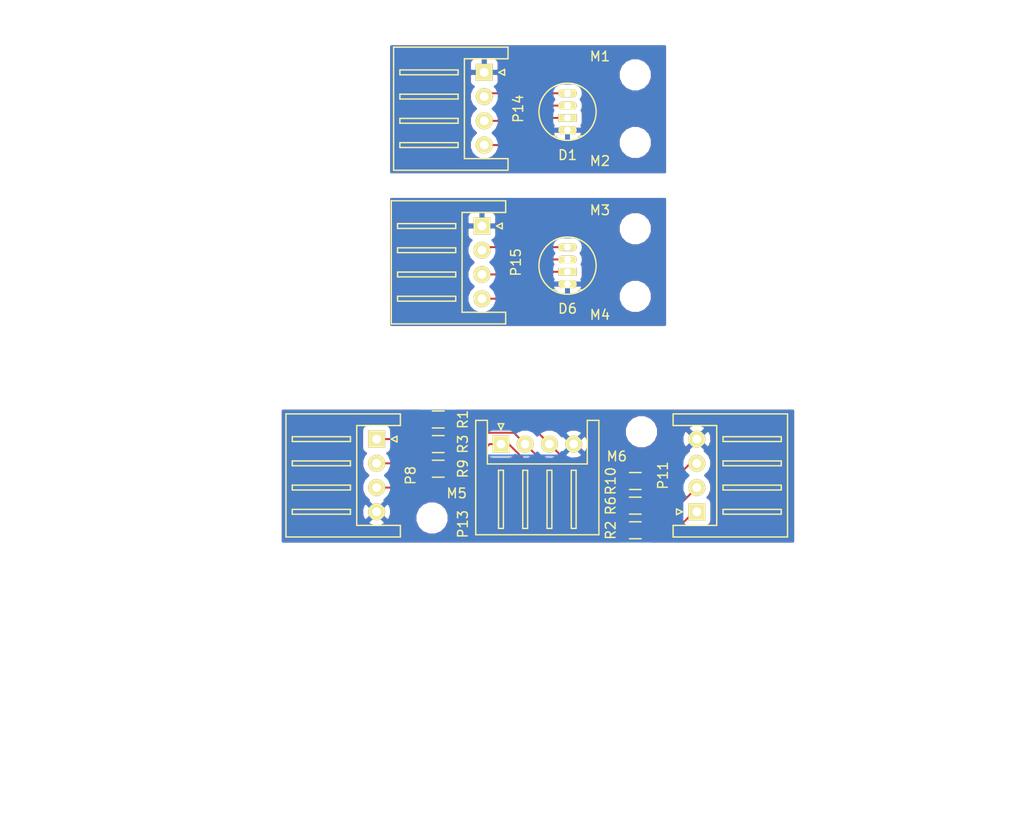
<source format=kicad_pcb>
(kicad_pcb (version 20160815) (host pcbnew "(2016-08-15 BZR 7057)-product")

  (general
    (links 22)
    (no_connects 0)
    (area 20.219999 71.019999 125.830001 157.580001)
    (thickness 1.6)
    (drawings 23)
    (tracks 68)
    (zones 0)
    (modules 21)
    (nets 19)
  )

  (page A4)
  (layers
    (0 F.Cu signal)
    (31 B.Cu signal)
    (32 B.Adhes user hide)
    (33 F.Adhes user hide)
    (34 B.Paste user hide)
    (35 F.Paste user hide)
    (36 B.SilkS user)
    (37 F.SilkS user)
    (38 B.Mask user hide)
    (39 F.Mask user hide)
    (40 Dwgs.User user hide)
    (41 Cmts.User user hide)
    (42 Eco1.User user hide)
    (43 Eco2.User user hide)
    (44 Edge.Cuts user)
    (45 Margin user)
    (46 B.CrtYd user)
    (47 F.CrtYd user)
    (48 B.Fab user)
    (49 F.Fab user)
  )

  (setup
    (last_trace_width 0.2)
    (trace_clearance 0.2)
    (zone_clearance 0.508)
    (zone_45_only yes)
    (trace_min 0.2)
    (segment_width 0.15)
    (edge_width 0.15)
    (via_size 0.9)
    (via_drill 0.4)
    (via_min_size 0.9)
    (via_min_drill 0.4)
    (uvia_size 0.3)
    (uvia_drill 0.1)
    (uvias_allowed no)
    (uvia_min_size 0.2)
    (uvia_min_drill 0.1)
    (pcb_text_width 0.3)
    (pcb_text_size 1.5 1.5)
    (mod_edge_width 0.15)
    (mod_text_size 1 1)
    (mod_text_width 0.15)
    (pad_size 1.905 1.1176)
    (pad_drill 0.762)
    (pad_to_mask_clearance 0.2)
    (aux_axis_origin 137.16 123.19)
    (visible_elements FFFFFFFF)
    (pcbplotparams
      (layerselection 0x00100_7ffffffe)
      (usegerberextensions false)
      (excludeedgelayer false)
      (linewidth 0.100000)
      (plotframeref false)
      (viasonmask true)
      (mode 1)
      (useauxorigin false)
      (hpglpennumber 1)
      (hpglpenspeed 20)
      (hpglpendiameter 15)
      (psnegative false)
      (psa4output false)
      (plotreference false)
      (plotvalue false)
      (plotinvisibletext false)
      (padsonsilk false)
      (subtractmaskfromsilk false)
      (outputformat 1)
      (mirror false)
      (drillshape 0)
      (scaleselection 1)
      (outputdirectory ""))
  )

  (net 0 "")
  (net 1 "Net-(D1-Pad1)")
  (net 2 "Net-(D1-Pad2)")
  (net 3 "Net-(D1-Pad3)")
  (net 4 "Net-(D1-Pad4)")
  (net 5 "Net-(D6-Pad1)")
  (net 6 "Net-(D6-Pad2)")
  (net 7 "Net-(D6-Pad3)")
  (net 8 "Net-(D6-Pad4)")
  (net 9 "Net-(P8-Pad1)")
  (net 10 "Net-(P8-Pad2)")
  (net 11 "Net-(P8-Pad3)")
  (net 12 "Net-(P11-Pad4)")
  (net 13 "Net-(P11-Pad1)")
  (net 14 "Net-(P11-Pad2)")
  (net 15 "Net-(P11-Pad3)")
  (net 16 "Net-(P13-Pad1)")
  (net 17 "Net-(P13-Pad2)")
  (net 18 "Net-(P13-Pad3)")

  (net_class Default "This is the default net class."
    (clearance 0.2)
    (trace_width 0.2)
    (via_dia 0.9)
    (via_drill 0.4)
    (uvia_dia 0.3)
    (uvia_drill 0.1)
    (diff_pair_gap 0.25)
    (diff_pair_width 0.2)
    (add_net "Net-(D1-Pad1)")
    (add_net "Net-(D1-Pad2)")
    (add_net "Net-(D1-Pad3)")
    (add_net "Net-(D1-Pad4)")
    (add_net "Net-(D6-Pad1)")
    (add_net "Net-(D6-Pad2)")
    (add_net "Net-(D6-Pad3)")
    (add_net "Net-(D6-Pad4)")
    (add_net "Net-(P11-Pad1)")
    (add_net "Net-(P11-Pad2)")
    (add_net "Net-(P11-Pad3)")
    (add_net "Net-(P11-Pad4)")
    (add_net "Net-(P13-Pad1)")
    (add_net "Net-(P13-Pad2)")
    (add_net "Net-(P13-Pad3)")
    (add_net "Net-(P8-Pad1)")
    (add_net "Net-(P8-Pad2)")
    (add_net "Net-(P8-Pad3)")
  )

  (net_class 3V3 ""
    (clearance 0.2)
    (trace_width 0.2)
    (via_dia 0.9)
    (via_drill 0.4)
    (uvia_dia 0.3)
    (uvia_drill 0.1)
    (diff_pair_gap 0.25)
    (diff_pair_width 0.2)
  )

  (net_class Power ""
    (clearance 0.5)
    (trace_width 0.5)
    (via_dia 0.9)
    (via_drill 0.4)
    (uvia_dia 0.3)
    (uvia_drill 0.1)
    (diff_pair_gap 0.25)
    (diff_pair_width 0.2)
  )

  (net_class USB ""
    (clearance 0.2)
    (trace_width 0.45)
    (via_dia 0.9)
    (via_drill 0.4)
    (uvia_dia 0.3)
    (uvia_drill 0.1)
    (diff_pair_gap 0.25)
    (diff_pair_width 0.2)
  )

  (module Mounting_Holes:MountingHole_2.2mm_M2 (layer F.Cu) (tedit 58296F08) (tstamp 5832C97C)
    (at 86.36 115.57)
    (descr "Mounting Hole 2.2mm, no annular, M2")
    (tags "mounting hole 2.2mm no annular m2")
    (fp_text reference M6 (at -2.54 2.54) (layer F.SilkS)
      (effects (font (size 1 1) (thickness 0.15)))
    )
    (fp_text value MountingHole_2.2mm_M2 (at 0 3.2) (layer F.Fab)
      (effects (font (size 1 1) (thickness 0.15)))
    )
    (fp_circle (center 0 0) (end 2.2 0) (layer Cmts.User) (width 0.15))
    (fp_circle (center 0 0) (end 2.45 0) (layer F.CrtYd) (width 0.05))
    (pad 1 np_thru_hole circle (at 0 0) (size 2.2 2.2) (drill 2.2) (layers *.Cu *.Mask F.SilkS))
  )

  (module Mounting_Holes:MountingHole_2.2mm_M2 (layer F.Cu) (tedit 58296F0D) (tstamp 5832C93F)
    (at 64.77 124.46)
    (descr "Mounting Hole 2.2mm, no annular, M2")
    (tags "mounting hole 2.2mm no annular m2")
    (fp_text reference M5 (at 2.54 -2.54) (layer F.SilkS)
      (effects (font (size 1 1) (thickness 0.15)))
    )
    (fp_text value MountingHole_2.2mm_M2 (at 0 3.2) (layer F.Fab)
      (effects (font (size 1 1) (thickness 0.15)))
    )
    (fp_circle (center 0 0) (end 2.2 0) (layer Cmts.User) (width 0.15))
    (fp_circle (center 0 0) (end 2.45 0) (layer F.CrtYd) (width 0.05))
    (pad 1 np_thru_hole circle (at 0 0) (size 2.2 2.2) (drill 2.2) (layers *.Cu *.Mask F.SilkS))
  )

  (module Mounting_Holes:MountingHole_2.2mm_M2 (layer F.Cu) (tedit 58296D22) (tstamp 5832C453)
    (at 85.725 94.615)
    (descr "Mounting Hole 2.2mm, no annular, M2")
    (tags "mounting hole 2.2mm no annular m2")
    (fp_text reference M3 (at -3.6449 -1.905) (layer F.SilkS)
      (effects (font (size 1 1) (thickness 0.15)))
    )
    (fp_text value MountingHole_2.2mm_M2 (at 0 3.2) (layer F.Fab)
      (effects (font (size 1 1) (thickness 0.15)))
    )
    (fp_circle (center 0 0) (end 2.2 0) (layer Cmts.User) (width 0.15))
    (fp_circle (center 0 0) (end 2.45 0) (layer F.CrtYd) (width 0.05))
    (pad 1 np_thru_hole circle (at 0 0) (size 2.2 2.2) (drill 2.2) (layers *.Cu *.Mask F.SilkS))
  )

  (module Mounting_Holes:MountingHole_2.2mm_M2 (layer F.Cu) (tedit 58296D27) (tstamp 5832C425)
    (at 85.725 101.6)
    (descr "Mounting Hole 2.2mm, no annular, M2")
    (tags "mounting hole 2.2mm no annular m2")
    (fp_text reference M4 (at -3.6449 1.905) (layer F.SilkS)
      (effects (font (size 1 1) (thickness 0.15)))
    )
    (fp_text value MountingHole_2.2mm_M2 (at 0 3.2) (layer F.Fab)
      (effects (font (size 1 1) (thickness 0.15)))
    )
    (fp_circle (center 0 0) (end 2.2 0) (layer Cmts.User) (width 0.15))
    (fp_circle (center 0 0) (end 2.45 0) (layer F.CrtYd) (width 0.05))
    (pad 1 np_thru_hole circle (at 0 0) (size 2.2 2.2) (drill 2.2) (layers *.Cu *.Mask F.SilkS))
  )

  (module Mounting_Holes:MountingHole_2.2mm_M2 (layer F.Cu) (tedit 58296C98) (tstamp 5832C3B9)
    (at 85.725 85.725)
    (descr "Mounting Hole 2.2mm, no annular, M2")
    (tags "mounting hole 2.2mm no annular m2")
    (fp_text reference M2 (at -3.6449 1.905) (layer F.SilkS)
      (effects (font (size 1 1) (thickness 0.15)))
    )
    (fp_text value MountingHole_2.2mm_M2 (at 0 3.2) (layer F.Fab)
      (effects (font (size 1 1) (thickness 0.15)))
    )
    (fp_circle (center 0 0) (end 2.2 0) (layer Cmts.User) (width 0.15))
    (fp_circle (center 0 0) (end 2.45 0) (layer F.CrtYd) (width 0.05))
    (pad 1 np_thru_hole circle (at 0 0) (size 2.2 2.2) (drill 2.2) (layers *.Cu *.Mask F.SilkS))
  )

  (module JST_XH_S04B-XH-A_04x2.50mm_Angled (layer F.Cu) (tedit 56F07245) (tstamp 58297152)
    (at 92.075 123.825 90)
    (descr "JST XH series connector, S04B-XH-A, side entry type, through hole")
    (tags "connector jst xh tht side horizontal angled 2.50mm")
    (path /58216B80)
    (fp_text reference P11 (at 3.75 -3.5 90) (layer F.SilkS)
      (effects (font (size 1 1) (thickness 0.15)))
    )
    (fp_text value LEDA_CONN (at 3.75 10.3 90) (layer F.Fab)
      (effects (font (size 1 1) (thickness 0.15)))
    )
    (fp_line (start -2.95 -2.8) (end -2.95 9.7) (layer F.CrtYd) (width 0.05))
    (fp_line (start -2.95 9.7) (end 10.45 9.7) (layer F.CrtYd) (width 0.05))
    (fp_line (start 10.45 9.7) (end 10.45 -2.8) (layer F.CrtYd) (width 0.05))
    (fp_line (start 10.45 -2.8) (end -2.95 -2.8) (layer F.CrtYd) (width 0.05))
    (fp_line (start 3.75 9.35) (end -2.6 9.35) (layer F.SilkS) (width 0.15))
    (fp_line (start -2.6 9.35) (end -2.6 -2.45) (layer F.SilkS) (width 0.15))
    (fp_line (start -2.6 -2.45) (end -1.4 -2.45) (layer F.SilkS) (width 0.15))
    (fp_line (start -1.4 -2.45) (end -1.4 2.05) (layer F.SilkS) (width 0.15))
    (fp_line (start -1.4 2.05) (end 3.75 2.05) (layer F.SilkS) (width 0.15))
    (fp_line (start 3.75 9.35) (end 10.1 9.35) (layer F.SilkS) (width 0.15))
    (fp_line (start 10.1 9.35) (end 10.1 -2.45) (layer F.SilkS) (width 0.15))
    (fp_line (start 10.1 -2.45) (end 8.9 -2.45) (layer F.SilkS) (width 0.15))
    (fp_line (start 8.9 -2.45) (end 8.9 2.05) (layer F.SilkS) (width 0.15))
    (fp_line (start 8.9 2.05) (end 3.75 2.05) (layer F.SilkS) (width 0.15))
    (fp_line (start -0.25 2.7) (end -0.25 8.7) (layer F.SilkS) (width 0.15))
    (fp_line (start -0.25 8.7) (end 0.25 8.7) (layer F.SilkS) (width 0.15))
    (fp_line (start 0.25 8.7) (end 0.25 2.7) (layer F.SilkS) (width 0.15))
    (fp_line (start 0.25 2.7) (end -0.25 2.7) (layer F.SilkS) (width 0.15))
    (fp_line (start 2.25 2.7) (end 2.25 8.7) (layer F.SilkS) (width 0.15))
    (fp_line (start 2.25 8.7) (end 2.75 8.7) (layer F.SilkS) (width 0.15))
    (fp_line (start 2.75 8.7) (end 2.75 2.7) (layer F.SilkS) (width 0.15))
    (fp_line (start 2.75 2.7) (end 2.25 2.7) (layer F.SilkS) (width 0.15))
    (fp_line (start 4.75 2.7) (end 4.75 8.7) (layer F.SilkS) (width 0.15))
    (fp_line (start 4.75 8.7) (end 5.25 8.7) (layer F.SilkS) (width 0.15))
    (fp_line (start 5.25 8.7) (end 5.25 2.7) (layer F.SilkS) (width 0.15))
    (fp_line (start 5.25 2.7) (end 4.75 2.7) (layer F.SilkS) (width 0.15))
    (fp_line (start 7.25 2.7) (end 7.25 8.7) (layer F.SilkS) (width 0.15))
    (fp_line (start 7.25 8.7) (end 7.75 8.7) (layer F.SilkS) (width 0.15))
    (fp_line (start 7.75 8.7) (end 7.75 2.7) (layer F.SilkS) (width 0.15))
    (fp_line (start 7.75 2.7) (end 7.25 2.7) (layer F.SilkS) (width 0.15))
    (fp_line (start 0 -1.5) (end -0.3 -2.1) (layer F.SilkS) (width 0.15))
    (fp_line (start -0.3 -2.1) (end 0.3 -2.1) (layer F.SilkS) (width 0.15))
    (fp_line (start 0.3 -2.1) (end 0 -1.5) (layer F.SilkS) (width 0.15))
    (pad 1 thru_hole rect (at 0 0 90) (size 1.75 1.75) (drill 0.9) (layers *.Cu *.Mask F.SilkS)
      (net 13 "Net-(P11-Pad1)"))
    (pad 2 thru_hole circle (at 2.5 0 90) (size 1.75 1.75) (drill 0.9) (layers *.Cu *.Mask F.SilkS)
      (net 14 "Net-(P11-Pad2)"))
    (pad 3 thru_hole circle (at 5 0 90) (size 1.75 1.75) (drill 0.9) (layers *.Cu *.Mask F.SilkS)
      (net 15 "Net-(P11-Pad3)"))
    (pad 4 thru_hole circle (at 7.5 0 90) (size 1.75 1.75) (drill 0.9) (layers *.Cu *.Mask F.SilkS)
      (net 12 "Net-(P11-Pad4)"))
    (model Connectors_JST.3dshapes/JST_XH_S04B-XH-A_04x2.50mm_Angled.wrl
      (at (xyz 0 0 0))
      (scale (xyz 1 1 1))
      (rotate (xyz 0 0 0))
    )
    (model ${I20}/shapes3D/Connectors/JST_XH_S04B-XH-A_04x2.50mm_Angled.wrl
      (at (xyz 0 0 0))
      (scale (xyz 1 1 1))
      (rotate (xyz 0 0 0))
    )
  )

  (module I20:MountingHole_1.9mm locked (layer F.Cu) (tedit 58253908) (tstamp 5819BE55)
    (at 95.25 149.86)
    (descr "Mounting Hole 1.9mm")
    (tags "mounting hole 1.9mm")
    (fp_text reference H9 (at 2.7305 -2.54) (layer F.SilkS) hide
      (effects (font (size 1 1) (thickness 0.15)))
    )
    (fp_text value MountingHole_1.9mm (at 0.9525 3.3655) (layer F.Fab)
      (effects (font (size 1 1) (thickness 0.15)))
    )
    (fp_circle (center 0 0) (end 2.2 0) (layer Cmts.User) (width 0.15))
    (fp_circle (center 0 0) (end 2.2 0) (layer F.CrtYd) (width 0.05))
    (pad "" np_thru_hole circle (at 0 0) (size 1.9 1.9) (drill 1.9) (layers *.Cu *.Mask))
  )

  (module I20:MountingHole_1.9mm locked (layer F.Cu) (tedit 582538FD) (tstamp 5819BE58)
    (at 27.94 78.74)
    (descr "Mounting Hole 1.9mm")
    (tags "mounting hole 1.9mm")
    (fp_text reference H8 (at 2.7305 -2.54) (layer F.SilkS) hide
      (effects (font (size 1 1) (thickness 0.15)))
    )
    (fp_text value MountingHole_1.9mm (at 0.9525 3.3655) (layer F.Fab)
      (effects (font (size 1 1) (thickness 0.15)))
    )
    (fp_circle (center 0 0) (end 2.2 0) (layer Cmts.User) (width 0.15))
    (fp_circle (center 0 0) (end 2.2 0) (layer F.CrtYd) (width 0.05))
    (pad "" np_thru_hole circle (at 0 0) (size 1.9 1.9) (drill 1.9) (layers *.Cu *.Mask))
  )

  (module I20:LED-RGB-5MM_Common_Cathode (layer F.Cu) (tedit 58253DF0) (tstamp 582970CC)
    (at 78.74 84.455 180)
    (descr "5mm common cathode RGB LED")
    (tags "RGB LED 5mm Common Cathode")
    (path /58227278)
    (fp_text reference D1 (at 0 -2.5654) (layer F.SilkS)
      (effects (font (size 1 1) (thickness 0.15)))
    )
    (fp_text value LED_RCBG (at 0 6.25 180) (layer F.Fab)
      (effects (font (size 1 1) (thickness 0.15)))
    )
    (fp_circle (center 0 1.905) (end 3.2 1.905) (layer F.CrtYd) (width 0.05))
    (fp_line (start -1.1 -0.595) (end -1.55 -0.595) (layer F.SilkS) (width 0.15))
    (fp_circle (center 0 1.905) (end 2.95 1.905) (layer F.SilkS) (width 0.15))
    (fp_line (start 1.1 -0.595) (end 1.55 -0.595) (layer F.SilkS) (width 0.15))
    (pad 1 thru_hole oval (at 0 0 180) (size 1.905 0.876) (drill 0.7) (layers *.Cu *.Mask F.SilkS)
      (net 1 "Net-(D1-Pad1)"))
    (pad 2 thru_hole rect (at 0 1.27 180) (size 1.905 0.8) (drill 0.7) (layers *.Cu *.Mask F.SilkS)
      (net 2 "Net-(D1-Pad2)"))
    (pad 3 thru_hole oval (at 0 2.54 180) (size 1.905 0.8) (drill 0.7) (layers *.Cu *.Mask F.SilkS)
      (net 3 "Net-(D1-Pad3)"))
    (pad 4 thru_hole oval (at 0 3.81 180) (size 1.905 0.8) (drill 0.7) (layers *.Cu *.Mask F.SilkS)
      (net 4 "Net-(D1-Pad4)"))
    (model ${I20}/shapes3D/LEDs/LED_RGB.wrl
      (at (xyz -0.003937007874015749 -0.07086614173228346 0.2755905511811024))
      (scale (xyz 0.5 0.5 0.5))
      (rotate (xyz 0 0 90))
    )
  )

  (module I20:LED-RGB-5MM_Common_Cathode (layer F.Cu) (tedit 58253DF0) (tstamp 582970D8)
    (at 78.74 100.33 180)
    (descr "5mm common cathode RGB LED")
    (tags "RGB LED 5mm Common Cathode")
    (path /58218803)
    (fp_text reference D6 (at 0 -2.54) (layer F.SilkS)
      (effects (font (size 1 1) (thickness 0.15)))
    )
    (fp_text value LED_RCBG (at 0 6.25 180) (layer F.Fab)
      (effects (font (size 1 1) (thickness 0.15)))
    )
    (fp_circle (center 0 1.905) (end 3.2 1.905) (layer F.CrtYd) (width 0.05))
    (fp_line (start -1.1 -0.595) (end -1.55 -0.595) (layer F.SilkS) (width 0.15))
    (fp_circle (center 0 1.905) (end 2.95 1.905) (layer F.SilkS) (width 0.15))
    (fp_line (start 1.1 -0.595) (end 1.55 -0.595) (layer F.SilkS) (width 0.15))
    (pad 1 thru_hole oval (at 0 0 180) (size 1.905 0.876) (drill 0.7) (layers *.Cu *.Mask F.SilkS)
      (net 5 "Net-(D6-Pad1)"))
    (pad 2 thru_hole rect (at 0 1.27 180) (size 1.905 0.8) (drill 0.7) (layers *.Cu *.Mask F.SilkS)
      (net 6 "Net-(D6-Pad2)"))
    (pad 3 thru_hole oval (at 0 2.54 180) (size 1.905 0.8) (drill 0.7) (layers *.Cu *.Mask F.SilkS)
      (net 7 "Net-(D6-Pad3)"))
    (pad 4 thru_hole oval (at 0 3.81 180) (size 1.905 0.8) (drill 0.7) (layers *.Cu *.Mask F.SilkS)
      (net 8 "Net-(D6-Pad4)"))
    (model ${I20}/shapes3D/LEDs/LED_RGB.wrl
      (at (xyz -0.003937007874015749 -0.07086614173228346 0.2755905511811024))
      (scale (xyz 0.5 0.5 0.5))
      (rotate (xyz 0 0 90))
    )
  )

  (module I20:R_0805 (layer F.Cu) (tedit 5415CDEB) (tstamp 582971D9)
    (at 65.405 114.3)
    (descr "Resistor SMD 0805, reflow soldering, Vishay (see dcrcw.pdf)")
    (tags "resistor 0805")
    (path /58211DA2)
    (attr smd)
    (fp_text reference R1 (at 2.54 0 90) (layer F.SilkS)
      (effects (font (size 1 1) (thickness 0.15)))
    )
    (fp_text value 82R (at 0 2.1) (layer F.Fab)
      (effects (font (size 1 1) (thickness 0.15)))
    )
    (fp_line (start -1.6 -1) (end 1.6 -1) (layer F.CrtYd) (width 0.05))
    (fp_line (start -1.6 1) (end 1.6 1) (layer F.CrtYd) (width 0.05))
    (fp_line (start -1.6 -1) (end -1.6 1) (layer F.CrtYd) (width 0.05))
    (fp_line (start 1.6 -1) (end 1.6 1) (layer F.CrtYd) (width 0.05))
    (fp_line (start 0.6 0.875) (end -0.6 0.875) (layer F.SilkS) (width 0.15))
    (fp_line (start -0.6 -0.875) (end 0.6 -0.875) (layer F.SilkS) (width 0.15))
    (pad 1 smd rect (at -0.95 0) (size 0.7 1.3) (layers F.Cu F.Paste F.Mask)
      (net 9 "Net-(P8-Pad1)"))
    (pad 2 smd rect (at 0.95 0) (size 0.7 1.3) (layers F.Cu F.Paste F.Mask)
      (net 16 "Net-(P13-Pad1)"))
    (model Resistors_SMD.3dshapes/R_0805.wrl
      (at (xyz 0 0 0))
      (scale (xyz 1 1 1))
      (rotate (xyz 0 0 0))
    )
  )

  (module I20:R_0805 (layer F.Cu) (tedit 5415CDEB) (tstamp 582971E5)
    (at 85.725 125.73 180)
    (descr "Resistor SMD 0805, reflow soldering, Vishay (see dcrcw.pdf)")
    (tags "resistor 0805")
    (path /58216B86)
    (attr smd)
    (fp_text reference R2 (at 2.54 0 270) (layer F.SilkS)
      (effects (font (size 1 1) (thickness 0.15)))
    )
    (fp_text value 82R (at 0 2.1 180) (layer F.Fab)
      (effects (font (size 1 1) (thickness 0.15)))
    )
    (fp_line (start -1.6 -1) (end 1.6 -1) (layer F.CrtYd) (width 0.05))
    (fp_line (start -1.6 1) (end 1.6 1) (layer F.CrtYd) (width 0.05))
    (fp_line (start -1.6 -1) (end -1.6 1) (layer F.CrtYd) (width 0.05))
    (fp_line (start 1.6 -1) (end 1.6 1) (layer F.CrtYd) (width 0.05))
    (fp_line (start 0.6 0.875) (end -0.6 0.875) (layer F.SilkS) (width 0.15))
    (fp_line (start -0.6 -0.875) (end 0.6 -0.875) (layer F.SilkS) (width 0.15))
    (pad 1 smd rect (at -0.95 0 180) (size 0.7 1.3) (layers F.Cu F.Paste F.Mask)
      (net 13 "Net-(P11-Pad1)"))
    (pad 2 smd rect (at 0.95 0 180) (size 0.7 1.3) (layers F.Cu F.Paste F.Mask)
      (net 16 "Net-(P13-Pad1)"))
    (model Resistors_SMD.3dshapes/R_0805.wrl
      (at (xyz 0 0 0))
      (scale (xyz 1 1 1))
      (rotate (xyz 0 0 0))
    )
  )

  (module I20:R_0805 (layer F.Cu) (tedit 5415CDEB) (tstamp 582971F1)
    (at 65.405 116.84)
    (descr "Resistor SMD 0805, reflow soldering, Vishay (see dcrcw.pdf)")
    (tags "resistor 0805")
    (path /582135CC)
    (attr smd)
    (fp_text reference R3 (at 2.54 0 90) (layer F.SilkS)
      (effects (font (size 1 1) (thickness 0.15)))
    )
    (fp_text value 15R (at 0 2.1) (layer F.Fab)
      (effects (font (size 1 1) (thickness 0.15)))
    )
    (fp_line (start -1.6 -1) (end 1.6 -1) (layer F.CrtYd) (width 0.05))
    (fp_line (start -1.6 1) (end 1.6 1) (layer F.CrtYd) (width 0.05))
    (fp_line (start -1.6 -1) (end -1.6 1) (layer F.CrtYd) (width 0.05))
    (fp_line (start 1.6 -1) (end 1.6 1) (layer F.CrtYd) (width 0.05))
    (fp_line (start 0.6 0.875) (end -0.6 0.875) (layer F.SilkS) (width 0.15))
    (fp_line (start -0.6 -0.875) (end 0.6 -0.875) (layer F.SilkS) (width 0.15))
    (pad 1 smd rect (at -0.95 0) (size 0.7 1.3) (layers F.Cu F.Paste F.Mask)
      (net 10 "Net-(P8-Pad2)"))
    (pad 2 smd rect (at 0.95 0) (size 0.7 1.3) (layers F.Cu F.Paste F.Mask)
      (net 17 "Net-(P13-Pad2)"))
    (model Resistors_SMD.3dshapes/R_0805.wrl
      (at (xyz 0 0 0))
      (scale (xyz 1 1 1))
      (rotate (xyz 0 0 0))
    )
  )

  (module I20:R_0805 (layer F.Cu) (tedit 5415CDEB) (tstamp 582971FD)
    (at 85.725 123.19 180)
    (descr "Resistor SMD 0805, reflow soldering, Vishay (see dcrcw.pdf)")
    (tags "resistor 0805")
    (path /58216B8E)
    (attr smd)
    (fp_text reference R6 (at 2.54 0 270) (layer F.SilkS)
      (effects (font (size 1 1) (thickness 0.15)))
    )
    (fp_text value 15R (at 0 2.1 180) (layer F.Fab)
      (effects (font (size 1 1) (thickness 0.15)))
    )
    (fp_line (start -1.6 -1) (end 1.6 -1) (layer F.CrtYd) (width 0.05))
    (fp_line (start -1.6 1) (end 1.6 1) (layer F.CrtYd) (width 0.05))
    (fp_line (start -1.6 -1) (end -1.6 1) (layer F.CrtYd) (width 0.05))
    (fp_line (start 1.6 -1) (end 1.6 1) (layer F.CrtYd) (width 0.05))
    (fp_line (start 0.6 0.875) (end -0.6 0.875) (layer F.SilkS) (width 0.15))
    (fp_line (start -0.6 -0.875) (end 0.6 -0.875) (layer F.SilkS) (width 0.15))
    (pad 1 smd rect (at -0.95 0 180) (size 0.7 1.3) (layers F.Cu F.Paste F.Mask)
      (net 14 "Net-(P11-Pad2)"))
    (pad 2 smd rect (at 0.95 0 180) (size 0.7 1.3) (layers F.Cu F.Paste F.Mask)
      (net 17 "Net-(P13-Pad2)"))
    (model Resistors_SMD.3dshapes/R_0805.wrl
      (at (xyz 0 0 0))
      (scale (xyz 1 1 1))
      (rotate (xyz 0 0 0))
    )
  )

  (module I20:R_0805 (layer F.Cu) (tedit 5415CDEB) (tstamp 58297209)
    (at 65.405 119.38)
    (descr "Resistor SMD 0805, reflow soldering, Vishay (see dcrcw.pdf)")
    (tags "resistor 0805")
    (path /582149F4)
    (attr smd)
    (fp_text reference R9 (at 2.54 0 90) (layer F.SilkS)
      (effects (font (size 1 1) (thickness 0.15)))
    )
    (fp_text value 10R (at 0 2.1) (layer F.Fab)
      (effects (font (size 1 1) (thickness 0.15)))
    )
    (fp_line (start -1.6 -1) (end 1.6 -1) (layer F.CrtYd) (width 0.05))
    (fp_line (start -1.6 1) (end 1.6 1) (layer F.CrtYd) (width 0.05))
    (fp_line (start -1.6 -1) (end -1.6 1) (layer F.CrtYd) (width 0.05))
    (fp_line (start 1.6 -1) (end 1.6 1) (layer F.CrtYd) (width 0.05))
    (fp_line (start 0.6 0.875) (end -0.6 0.875) (layer F.SilkS) (width 0.15))
    (fp_line (start -0.6 -0.875) (end 0.6 -0.875) (layer F.SilkS) (width 0.15))
    (pad 1 smd rect (at -0.95 0) (size 0.7 1.3) (layers F.Cu F.Paste F.Mask)
      (net 11 "Net-(P8-Pad3)"))
    (pad 2 smd rect (at 0.95 0) (size 0.7 1.3) (layers F.Cu F.Paste F.Mask)
      (net 18 "Net-(P13-Pad3)"))
    (model Resistors_SMD.3dshapes/R_0805.wrl
      (at (xyz 0 0 0))
      (scale (xyz 1 1 1))
      (rotate (xyz 0 0 0))
    )
  )

  (module I20:R_0805 (layer F.Cu) (tedit 5415CDEB) (tstamp 58297215)
    (at 85.725 120.65 180)
    (descr "Resistor SMD 0805, reflow soldering, Vishay (see dcrcw.pdf)")
    (tags "resistor 0805")
    (path /58216B97)
    (attr smd)
    (fp_text reference R10 (at 2.54 0 270) (layer F.SilkS)
      (effects (font (size 1 1) (thickness 0.15)))
    )
    (fp_text value 10R (at 0 2.1 180) (layer F.Fab)
      (effects (font (size 1 1) (thickness 0.15)))
    )
    (fp_line (start -1.6 -1) (end 1.6 -1) (layer F.CrtYd) (width 0.05))
    (fp_line (start -1.6 1) (end 1.6 1) (layer F.CrtYd) (width 0.05))
    (fp_line (start -1.6 -1) (end -1.6 1) (layer F.CrtYd) (width 0.05))
    (fp_line (start 1.6 -1) (end 1.6 1) (layer F.CrtYd) (width 0.05))
    (fp_line (start 0.6 0.875) (end -0.6 0.875) (layer F.SilkS) (width 0.15))
    (fp_line (start -0.6 -0.875) (end 0.6 -0.875) (layer F.SilkS) (width 0.15))
    (pad 1 smd rect (at -0.95 0 180) (size 0.7 1.3) (layers F.Cu F.Paste F.Mask)
      (net 15 "Net-(P11-Pad3)"))
    (pad 2 smd rect (at 0.95 0 180) (size 0.7 1.3) (layers F.Cu F.Paste F.Mask)
      (net 18 "Net-(P13-Pad3)"))
    (model Resistors_SMD.3dshapes/R_0805.wrl
      (at (xyz 0 0 0))
      (scale (xyz 1 1 1))
      (rotate (xyz 0 0 0))
    )
  )

  (module I20:JST_XH_S04B-XH-A_04x2.50mm_Angled (layer F.Cu) (tedit 56F07245) (tstamp 582971CD)
    (at 69.9135 94.3375 270)
    (descr "JST XH series connector, S04B-XH-A, side entry type, through hole")
    (tags "connector jst xh tht side horizontal angled 2.50mm")
    (path /58219573)
    (fp_text reference P15 (at 3.75 -3.5 270) (layer F.SilkS)
      (effects (font (size 1 1) (thickness 0.15)))
    )
    (fp_text value LEDB_CONN (at 3.75 10.3 270) (layer F.Fab)
      (effects (font (size 1 1) (thickness 0.15)))
    )
    (fp_line (start -2.95 -2.8) (end -2.95 9.7) (layer F.CrtYd) (width 0.05))
    (fp_line (start -2.95 9.7) (end 10.45 9.7) (layer F.CrtYd) (width 0.05))
    (fp_line (start 10.45 9.7) (end 10.45 -2.8) (layer F.CrtYd) (width 0.05))
    (fp_line (start 10.45 -2.8) (end -2.95 -2.8) (layer F.CrtYd) (width 0.05))
    (fp_line (start 3.75 9.35) (end -2.6 9.35) (layer F.SilkS) (width 0.15))
    (fp_line (start -2.6 9.35) (end -2.6 -2.45) (layer F.SilkS) (width 0.15))
    (fp_line (start -2.6 -2.45) (end -1.4 -2.45) (layer F.SilkS) (width 0.15))
    (fp_line (start -1.4 -2.45) (end -1.4 2.05) (layer F.SilkS) (width 0.15))
    (fp_line (start -1.4 2.05) (end 3.75 2.05) (layer F.SilkS) (width 0.15))
    (fp_line (start 3.75 9.35) (end 10.1 9.35) (layer F.SilkS) (width 0.15))
    (fp_line (start 10.1 9.35) (end 10.1 -2.45) (layer F.SilkS) (width 0.15))
    (fp_line (start 10.1 -2.45) (end 8.9 -2.45) (layer F.SilkS) (width 0.15))
    (fp_line (start 8.9 -2.45) (end 8.9 2.05) (layer F.SilkS) (width 0.15))
    (fp_line (start 8.9 2.05) (end 3.75 2.05) (layer F.SilkS) (width 0.15))
    (fp_line (start -0.25 2.7) (end -0.25 8.7) (layer F.SilkS) (width 0.15))
    (fp_line (start -0.25 8.7) (end 0.25 8.7) (layer F.SilkS) (width 0.15))
    (fp_line (start 0.25 8.7) (end 0.25 2.7) (layer F.SilkS) (width 0.15))
    (fp_line (start 0.25 2.7) (end -0.25 2.7) (layer F.SilkS) (width 0.15))
    (fp_line (start 2.25 2.7) (end 2.25 8.7) (layer F.SilkS) (width 0.15))
    (fp_line (start 2.25 8.7) (end 2.75 8.7) (layer F.SilkS) (width 0.15))
    (fp_line (start 2.75 8.7) (end 2.75 2.7) (layer F.SilkS) (width 0.15))
    (fp_line (start 2.75 2.7) (end 2.25 2.7) (layer F.SilkS) (width 0.15))
    (fp_line (start 4.75 2.7) (end 4.75 8.7) (layer F.SilkS) (width 0.15))
    (fp_line (start 4.75 8.7) (end 5.25 8.7) (layer F.SilkS) (width 0.15))
    (fp_line (start 5.25 8.7) (end 5.25 2.7) (layer F.SilkS) (width 0.15))
    (fp_line (start 5.25 2.7) (end 4.75 2.7) (layer F.SilkS) (width 0.15))
    (fp_line (start 7.25 2.7) (end 7.25 8.7) (layer F.SilkS) (width 0.15))
    (fp_line (start 7.25 8.7) (end 7.75 8.7) (layer F.SilkS) (width 0.15))
    (fp_line (start 7.75 8.7) (end 7.75 2.7) (layer F.SilkS) (width 0.15))
    (fp_line (start 7.75 2.7) (end 7.25 2.7) (layer F.SilkS) (width 0.15))
    (fp_line (start 0 -1.5) (end -0.3 -2.1) (layer F.SilkS) (width 0.15))
    (fp_line (start -0.3 -2.1) (end 0.3 -2.1) (layer F.SilkS) (width 0.15))
    (fp_line (start 0.3 -2.1) (end 0 -1.5) (layer F.SilkS) (width 0.15))
    (pad 1 thru_hole rect (at 0 0 270) (size 1.75 1.75) (drill 0.9) (layers *.Cu *.Mask F.SilkS)
      (net 5 "Net-(D6-Pad1)"))
    (pad 2 thru_hole circle (at 2.5 0 270) (size 1.75 1.75) (drill 0.9) (layers *.Cu *.Mask F.SilkS)
      (net 8 "Net-(D6-Pad4)"))
    (pad 3 thru_hole circle (at 5 0 270) (size 1.75 1.75) (drill 0.9) (layers *.Cu *.Mask F.SilkS)
      (net 7 "Net-(D6-Pad3)"))
    (pad 4 thru_hole circle (at 7.5 0 270) (size 1.75 1.75) (drill 0.9) (layers *.Cu *.Mask F.SilkS)
      (net 6 "Net-(D6-Pad2)"))
    (model Connectors_JST.3dshapes/JST_XH_S04B-XH-A_04x2.50mm_Angled.wrl
      (at (xyz 0 0 0))
      (scale (xyz 1 1 1))
      (rotate (xyz 0 0 0))
    )
    (model ${I20}/shapes3D/Connectors/JST_XH_S04B-XH-A_04x2.50mm_Angled.wrl
      (at (xyz 0 0 0))
      (scale (xyz 1 1 1))
      (rotate (xyz 0 0 0))
    )
  )

  (module I20:JST_XH_S04B-XH-A_04x2.50mm_Angled (layer F.Cu) (tedit 56F07245) (tstamp 58297129)
    (at 59.055 116.325 270)
    (descr "JST XH series connector, S04B-XH-A, side entry type, through hole")
    (tags "connector jst xh tht side horizontal angled 2.50mm")
    (path /58211873)
    (fp_text reference P8 (at 3.75 -3.5 270) (layer F.SilkS)
      (effects (font (size 1 1) (thickness 0.15)))
    )
    (fp_text value LEDB_CONN (at 3.75 10.3 270) (layer F.Fab)
      (effects (font (size 1 1) (thickness 0.15)))
    )
    (fp_line (start -2.95 -2.8) (end -2.95 9.7) (layer F.CrtYd) (width 0.05))
    (fp_line (start -2.95 9.7) (end 10.45 9.7) (layer F.CrtYd) (width 0.05))
    (fp_line (start 10.45 9.7) (end 10.45 -2.8) (layer F.CrtYd) (width 0.05))
    (fp_line (start 10.45 -2.8) (end -2.95 -2.8) (layer F.CrtYd) (width 0.05))
    (fp_line (start 3.75 9.35) (end -2.6 9.35) (layer F.SilkS) (width 0.15))
    (fp_line (start -2.6 9.35) (end -2.6 -2.45) (layer F.SilkS) (width 0.15))
    (fp_line (start -2.6 -2.45) (end -1.4 -2.45) (layer F.SilkS) (width 0.15))
    (fp_line (start -1.4 -2.45) (end -1.4 2.05) (layer F.SilkS) (width 0.15))
    (fp_line (start -1.4 2.05) (end 3.75 2.05) (layer F.SilkS) (width 0.15))
    (fp_line (start 3.75 9.35) (end 10.1 9.35) (layer F.SilkS) (width 0.15))
    (fp_line (start 10.1 9.35) (end 10.1 -2.45) (layer F.SilkS) (width 0.15))
    (fp_line (start 10.1 -2.45) (end 8.9 -2.45) (layer F.SilkS) (width 0.15))
    (fp_line (start 8.9 -2.45) (end 8.9 2.05) (layer F.SilkS) (width 0.15))
    (fp_line (start 8.9 2.05) (end 3.75 2.05) (layer F.SilkS) (width 0.15))
    (fp_line (start -0.25 2.7) (end -0.25 8.7) (layer F.SilkS) (width 0.15))
    (fp_line (start -0.25 8.7) (end 0.25 8.7) (layer F.SilkS) (width 0.15))
    (fp_line (start 0.25 8.7) (end 0.25 2.7) (layer F.SilkS) (width 0.15))
    (fp_line (start 0.25 2.7) (end -0.25 2.7) (layer F.SilkS) (width 0.15))
    (fp_line (start 2.25 2.7) (end 2.25 8.7) (layer F.SilkS) (width 0.15))
    (fp_line (start 2.25 8.7) (end 2.75 8.7) (layer F.SilkS) (width 0.15))
    (fp_line (start 2.75 8.7) (end 2.75 2.7) (layer F.SilkS) (width 0.15))
    (fp_line (start 2.75 2.7) (end 2.25 2.7) (layer F.SilkS) (width 0.15))
    (fp_line (start 4.75 2.7) (end 4.75 8.7) (layer F.SilkS) (width 0.15))
    (fp_line (start 4.75 8.7) (end 5.25 8.7) (layer F.SilkS) (width 0.15))
    (fp_line (start 5.25 8.7) (end 5.25 2.7) (layer F.SilkS) (width 0.15))
    (fp_line (start 5.25 2.7) (end 4.75 2.7) (layer F.SilkS) (width 0.15))
    (fp_line (start 7.25 2.7) (end 7.25 8.7) (layer F.SilkS) (width 0.15))
    (fp_line (start 7.25 8.7) (end 7.75 8.7) (layer F.SilkS) (width 0.15))
    (fp_line (start 7.75 8.7) (end 7.75 2.7) (layer F.SilkS) (width 0.15))
    (fp_line (start 7.75 2.7) (end 7.25 2.7) (layer F.SilkS) (width 0.15))
    (fp_line (start 0 -1.5) (end -0.3 -2.1) (layer F.SilkS) (width 0.15))
    (fp_line (start -0.3 -2.1) (end 0.3 -2.1) (layer F.SilkS) (width 0.15))
    (fp_line (start 0.3 -2.1) (end 0 -1.5) (layer F.SilkS) (width 0.15))
    (pad 1 thru_hole rect (at 0 0 270) (size 1.75 1.75) (drill 0.9) (layers *.Cu *.Mask F.SilkS)
      (net 9 "Net-(P8-Pad1)"))
    (pad 2 thru_hole circle (at 2.5 0 270) (size 1.75 1.75) (drill 0.9) (layers *.Cu *.Mask F.SilkS)
      (net 10 "Net-(P8-Pad2)"))
    (pad 3 thru_hole circle (at 5 0 270) (size 1.75 1.75) (drill 0.9) (layers *.Cu *.Mask F.SilkS)
      (net 11 "Net-(P8-Pad3)"))
    (pad 4 thru_hole circle (at 7.5 0 270) (size 1.75 1.75) (drill 0.9) (layers *.Cu *.Mask F.SilkS)
      (net 12 "Net-(P11-Pad4)"))
    (model Connectors_JST.3dshapes/JST_XH_S04B-XH-A_04x2.50mm_Angled.wrl
      (at (xyz 0 0 0))
      (scale (xyz 1 1 1))
      (rotate (xyz 0 0 0))
    )
    (model ${I20}/shapes3D/Connectors/JST_XH_S04B-XH-A_04x2.50mm_Angled.wrl
      (at (xyz 0 0 0))
      (scale (xyz 1 1 1))
      (rotate (xyz 0 0 0))
    )
  )

  (module I20:JST_XH_S04B-XH-A_04x2.50mm_Angled (layer F.Cu) (tedit 56F07245) (tstamp 5829717B)
    (at 71.875 116.84)
    (descr "JST XH series connector, S04B-XH-A, side entry type, through hole")
    (tags "connector jst xh tht side horizontal angled 2.50mm")
    (path /5820FBEB)
    (fp_text reference P13 (at -3.93 8.255 90) (layer F.SilkS)
      (effects (font (size 1 1) (thickness 0.15)))
    )
    (fp_text value IN_LED_CONN (at 3.75 10.3) (layer F.Fab)
      (effects (font (size 1 1) (thickness 0.15)))
    )
    (fp_line (start -2.95 -2.8) (end -2.95 9.7) (layer F.CrtYd) (width 0.05))
    (fp_line (start -2.95 9.7) (end 10.45 9.7) (layer F.CrtYd) (width 0.05))
    (fp_line (start 10.45 9.7) (end 10.45 -2.8) (layer F.CrtYd) (width 0.05))
    (fp_line (start 10.45 -2.8) (end -2.95 -2.8) (layer F.CrtYd) (width 0.05))
    (fp_line (start 3.75 9.35) (end -2.6 9.35) (layer F.SilkS) (width 0.15))
    (fp_line (start -2.6 9.35) (end -2.6 -2.45) (layer F.SilkS) (width 0.15))
    (fp_line (start -2.6 -2.45) (end -1.4 -2.45) (layer F.SilkS) (width 0.15))
    (fp_line (start -1.4 -2.45) (end -1.4 2.05) (layer F.SilkS) (width 0.15))
    (fp_line (start -1.4 2.05) (end 3.75 2.05) (layer F.SilkS) (width 0.15))
    (fp_line (start 3.75 9.35) (end 10.1 9.35) (layer F.SilkS) (width 0.15))
    (fp_line (start 10.1 9.35) (end 10.1 -2.45) (layer F.SilkS) (width 0.15))
    (fp_line (start 10.1 -2.45) (end 8.9 -2.45) (layer F.SilkS) (width 0.15))
    (fp_line (start 8.9 -2.45) (end 8.9 2.05) (layer F.SilkS) (width 0.15))
    (fp_line (start 8.9 2.05) (end 3.75 2.05) (layer F.SilkS) (width 0.15))
    (fp_line (start -0.25 2.7) (end -0.25 8.7) (layer F.SilkS) (width 0.15))
    (fp_line (start -0.25 8.7) (end 0.25 8.7) (layer F.SilkS) (width 0.15))
    (fp_line (start 0.25 8.7) (end 0.25 2.7) (layer F.SilkS) (width 0.15))
    (fp_line (start 0.25 2.7) (end -0.25 2.7) (layer F.SilkS) (width 0.15))
    (fp_line (start 2.25 2.7) (end 2.25 8.7) (layer F.SilkS) (width 0.15))
    (fp_line (start 2.25 8.7) (end 2.75 8.7) (layer F.SilkS) (width 0.15))
    (fp_line (start 2.75 8.7) (end 2.75 2.7) (layer F.SilkS) (width 0.15))
    (fp_line (start 2.75 2.7) (end 2.25 2.7) (layer F.SilkS) (width 0.15))
    (fp_line (start 4.75 2.7) (end 4.75 8.7) (layer F.SilkS) (width 0.15))
    (fp_line (start 4.75 8.7) (end 5.25 8.7) (layer F.SilkS) (width 0.15))
    (fp_line (start 5.25 8.7) (end 5.25 2.7) (layer F.SilkS) (width 0.15))
    (fp_line (start 5.25 2.7) (end 4.75 2.7) (layer F.SilkS) (width 0.15))
    (fp_line (start 7.25 2.7) (end 7.25 8.7) (layer F.SilkS) (width 0.15))
    (fp_line (start 7.25 8.7) (end 7.75 8.7) (layer F.SilkS) (width 0.15))
    (fp_line (start 7.75 8.7) (end 7.75 2.7) (layer F.SilkS) (width 0.15))
    (fp_line (start 7.75 2.7) (end 7.25 2.7) (layer F.SilkS) (width 0.15))
    (fp_line (start 0 -1.5) (end -0.3 -2.1) (layer F.SilkS) (width 0.15))
    (fp_line (start -0.3 -2.1) (end 0.3 -2.1) (layer F.SilkS) (width 0.15))
    (fp_line (start 0.3 -2.1) (end 0 -1.5) (layer F.SilkS) (width 0.15))
    (pad 1 thru_hole rect (at 0 0) (size 1.75 1.75) (drill 0.9) (layers *.Cu *.Mask F.SilkS)
      (net 16 "Net-(P13-Pad1)"))
    (pad 2 thru_hole circle (at 2.5 0) (size 1.75 1.75) (drill 0.9) (layers *.Cu *.Mask F.SilkS)
      (net 17 "Net-(P13-Pad2)"))
    (pad 3 thru_hole circle (at 5 0) (size 1.75 1.75) (drill 0.9) (layers *.Cu *.Mask F.SilkS)
      (net 18 "Net-(P13-Pad3)"))
    (pad 4 thru_hole circle (at 7.5 0) (size 1.75 1.75) (drill 0.9) (layers *.Cu *.Mask F.SilkS)
      (net 12 "Net-(P11-Pad4)"))
    (model Connectors_JST.3dshapes/JST_XH_S04B-XH-A_04x2.50mm_Angled.wrl
      (at (xyz 0 0 0))
      (scale (xyz 1 1 1))
      (rotate (xyz 0 0 0))
    )
    (model ${I20}/shapes3D/Connectors/JST_XH_S04B-XH-A_04x2.50mm_Angled.wrl
      (at (xyz 0 0 0))
      (scale (xyz 1 1 1))
      (rotate (xyz 0 0 0))
    )
  )

  (module I20:JST_XH_S04B-XH-A_04x2.50mm_Angled (layer F.Cu) (tedit 56F07245) (tstamp 582971A4)
    (at 70.1548 78.486 270)
    (descr "JST XH series connector, S04B-XH-A, side entry type, through hole")
    (tags "connector jst xh tht side horizontal angled 2.50mm")
    (path /5822727E)
    (fp_text reference P14 (at 3.75 -3.5 270) (layer F.SilkS)
      (effects (font (size 1 1) (thickness 0.15)))
    )
    (fp_text value LEDB_CONN (at 3.75 10.3 270) (layer F.Fab)
      (effects (font (size 1 1) (thickness 0.15)))
    )
    (fp_line (start -2.95 -2.8) (end -2.95 9.7) (layer F.CrtYd) (width 0.05))
    (fp_line (start -2.95 9.7) (end 10.45 9.7) (layer F.CrtYd) (width 0.05))
    (fp_line (start 10.45 9.7) (end 10.45 -2.8) (layer F.CrtYd) (width 0.05))
    (fp_line (start 10.45 -2.8) (end -2.95 -2.8) (layer F.CrtYd) (width 0.05))
    (fp_line (start 3.75 9.35) (end -2.6 9.35) (layer F.SilkS) (width 0.15))
    (fp_line (start -2.6 9.35) (end -2.6 -2.45) (layer F.SilkS) (width 0.15))
    (fp_line (start -2.6 -2.45) (end -1.4 -2.45) (layer F.SilkS) (width 0.15))
    (fp_line (start -1.4 -2.45) (end -1.4 2.05) (layer F.SilkS) (width 0.15))
    (fp_line (start -1.4 2.05) (end 3.75 2.05) (layer F.SilkS) (width 0.15))
    (fp_line (start 3.75 9.35) (end 10.1 9.35) (layer F.SilkS) (width 0.15))
    (fp_line (start 10.1 9.35) (end 10.1 -2.45) (layer F.SilkS) (width 0.15))
    (fp_line (start 10.1 -2.45) (end 8.9 -2.45) (layer F.SilkS) (width 0.15))
    (fp_line (start 8.9 -2.45) (end 8.9 2.05) (layer F.SilkS) (width 0.15))
    (fp_line (start 8.9 2.05) (end 3.75 2.05) (layer F.SilkS) (width 0.15))
    (fp_line (start -0.25 2.7) (end -0.25 8.7) (layer F.SilkS) (width 0.15))
    (fp_line (start -0.25 8.7) (end 0.25 8.7) (layer F.SilkS) (width 0.15))
    (fp_line (start 0.25 8.7) (end 0.25 2.7) (layer F.SilkS) (width 0.15))
    (fp_line (start 0.25 2.7) (end -0.25 2.7) (layer F.SilkS) (width 0.15))
    (fp_line (start 2.25 2.7) (end 2.25 8.7) (layer F.SilkS) (width 0.15))
    (fp_line (start 2.25 8.7) (end 2.75 8.7) (layer F.SilkS) (width 0.15))
    (fp_line (start 2.75 8.7) (end 2.75 2.7) (layer F.SilkS) (width 0.15))
    (fp_line (start 2.75 2.7) (end 2.25 2.7) (layer F.SilkS) (width 0.15))
    (fp_line (start 4.75 2.7) (end 4.75 8.7) (layer F.SilkS) (width 0.15))
    (fp_line (start 4.75 8.7) (end 5.25 8.7) (layer F.SilkS) (width 0.15))
    (fp_line (start 5.25 8.7) (end 5.25 2.7) (layer F.SilkS) (width 0.15))
    (fp_line (start 5.25 2.7) (end 4.75 2.7) (layer F.SilkS) (width 0.15))
    (fp_line (start 7.25 2.7) (end 7.25 8.7) (layer F.SilkS) (width 0.15))
    (fp_line (start 7.25 8.7) (end 7.75 8.7) (layer F.SilkS) (width 0.15))
    (fp_line (start 7.75 8.7) (end 7.75 2.7) (layer F.SilkS) (width 0.15))
    (fp_line (start 7.75 2.7) (end 7.25 2.7) (layer F.SilkS) (width 0.15))
    (fp_line (start 0 -1.5) (end -0.3 -2.1) (layer F.SilkS) (width 0.15))
    (fp_line (start -0.3 -2.1) (end 0.3 -2.1) (layer F.SilkS) (width 0.15))
    (fp_line (start 0.3 -2.1) (end 0 -1.5) (layer F.SilkS) (width 0.15))
    (pad 1 thru_hole rect (at 0 0 270) (size 1.75 1.75) (drill 0.9) (layers *.Cu *.Mask F.SilkS)
      (net 1 "Net-(D1-Pad1)"))
    (pad 2 thru_hole circle (at 2.5 0 270) (size 1.75 1.75) (drill 0.9) (layers *.Cu *.Mask F.SilkS)
      (net 4 "Net-(D1-Pad4)"))
    (pad 3 thru_hole circle (at 5 0 270) (size 1.75 1.75) (drill 0.9) (layers *.Cu *.Mask F.SilkS)
      (net 3 "Net-(D1-Pad3)"))
    (pad 4 thru_hole circle (at 7.5 0 270) (size 1.75 1.75) (drill 0.9) (layers *.Cu *.Mask F.SilkS)
      (net 2 "Net-(D1-Pad2)"))
    (model Connectors_JST.3dshapes/JST_XH_S04B-XH-A_04x2.50mm_Angled.wrl
      (at (xyz 0 0 0))
      (scale (xyz 1 1 1))
      (rotate (xyz 0 0 0))
    )
    (model ${I20}/shapes3D/Connectors/JST_XH_S04B-XH-A_04x2.50mm_Angled.wrl
      (at (xyz 0 0 0))
      (scale (xyz 1 1 1))
      (rotate (xyz 0 0 0))
    )
  )

  (module Mounting_Holes:MountingHole_2.2mm_M2 (layer F.Cu) (tedit 58296C6C) (tstamp 5832C394)
    (at 85.725 78.74)
    (descr "Mounting Hole 2.2mm, no annular, M2")
    (tags "mounting hole 2.2mm no annular m2")
    (fp_text reference M1 (at -3.6449 -1.905) (layer F.SilkS)
      (effects (font (size 1 1) (thickness 0.15)))
    )
    (fp_text value MountingHole_2.2mm_M2 (at 0 3.2) (layer F.Fab)
      (effects (font (size 1 1) (thickness 0.15)))
    )
    (fp_circle (center 0 0) (end 2.2 0) (layer Cmts.User) (width 0.15))
    (fp_circle (center 0 0) (end 2.45 0) (layer F.CrtYd) (width 0.05))
    (pad 1 np_thru_hole circle (at 0 0) (size 2.2 2.2) (drill 2.2) (layers *.Cu *.Mask F.SilkS))
  )

  (gr_line (start 49.022 113.03) (end 102.108 113.03) (layer F.CrtYd) (width 0.15))
  (gr_line (start 49.022 127) (end 49.022 113.03) (layer F.CrtYd) (width 0.15))
  (gr_line (start 102.108 127) (end 49.022 127) (layer F.CrtYd) (width 0.15))
  (gr_line (start 102.108 113.03) (end 102.108 127) (layer F.CrtYd) (width 0.15))
  (gr_line (start 60.2996 104.775) (end 60.325 91.44) (layer F.CrtYd) (width 0.15) (tstamp 5832C424))
  (gr_line (start 88.9 104.775) (end 60.325 104.775) (layer F.CrtYd) (width 0.15) (tstamp 5832C423))
  (gr_line (start 88.9 91.44) (end 88.9 104.775) (layer F.CrtYd) (width 0.15) (tstamp 5832C422))
  (gr_line (start 60.325 91.44) (end 88.9 91.44) (layer F.CrtYd) (width 0.15) (tstamp 5832C421))
  (gr_line (start 60.2996 88.9) (end 60.325 75.565) (layer F.CrtYd) (width 0.15))
  (gr_line (start 88.9 88.9) (end 60.325 88.9) (layer F.CrtYd) (width 0.15))
  (gr_line (start 88.9 75.565) (end 88.9 88.9) (layer F.CrtYd) (width 0.15))
  (gr_line (start 60.325 75.565) (end 88.9 75.565) (layer F.CrtYd) (width 0.15))
  (gr_line (start 21.59 71.12) (end 20.32 71.12) (layer F.Fab) (width 0.2))
  (gr_line (start 91.44 71.12) (end 21.59 71.12) (layer F.Fab) (width 0.2))
  (gr_line (start 106.68 71.12) (end 91.44 71.12) (layer F.Fab) (width 0.2))
  (gr_line (start 106.68 71.12) (end 125.73 71.12) (layer F.Fab) (width 0.15))
  (gr_line (start 125.73 157.48) (end 106.68 157.48) (layer F.Fab) (width 0.15))
  (gr_line (start 20.32 71.12) (end 20.32 86.36) (layer F.Fab) (width 0.2))
  (gr_line (start 125.73 157.48) (end 125.73 71.12) (layer F.Fab) (width 0.2))
  (gr_line (start 31.75 157.48) (end 106.68 157.48) (layer F.Fab) (width 0.2))
  (gr_line (start 20.32 157.48) (end 31.75 157.48) (layer F.Fab) (width 0.2))
  (gr_line (start 20.32 86.36) (end 20.32 157.48) (layer F.Fab) (width 0.2))
  (gr_line (start 92.71 157.48) (end 31.75 157.48) (layer F.Fab) (width 0.2))

  (segment (start 77.2991 84.455) (end 71.3301 78.486) (width 0.2) (layer B.Cu) (net 1))
  (segment (start 78.74 84.455) (end 77.2991 84.455) (width 0.2) (layer B.Cu) (net 1))
  (segment (start 70.1548 78.486) (end 71.3301 78.486) (width 0.2) (layer B.Cu) (net 1))
  (segment (start 78.74 83.185) (end 77.030626 83.185) (width 0.2) (layer F.Cu) (net 2))
  (segment (start 77.030626 83.185) (end 74.229626 85.986) (width 0.2) (layer F.Cu) (net 2))
  (segment (start 74.229626 85.986) (end 70.1548 85.986) (width 0.2) (layer F.Cu) (net 2))
  (segment (start 78.74 81.915) (end 77.005452 81.915) (width 0.2) (layer F.Cu) (net 3))
  (segment (start 75.434452 83.486) (end 70.1548 83.486) (width 0.2) (layer F.Cu) (net 3))
  (segment (start 77.005452 81.915) (end 75.434452 83.486) (width 0.2) (layer F.Cu) (net 3))
  (segment (start 70.4958 80.645) (end 70.1548 80.986) (width 0.2) (layer F.Cu) (net 4))
  (segment (start 78.74 80.645) (end 70.4958 80.645) (width 0.2) (layer F.Cu) (net 4))
  (segment (start 77.0813 100.33) (end 71.0888 94.3375) (width 0.2) (layer B.Cu) (net 5))
  (segment (start 78.74 100.33) (end 77.0813 100.33) (width 0.2) (layer B.Cu) (net 5))
  (segment (start 69.9135 94.3375) (end 71.0888 94.3375) (width 0.2) (layer B.Cu) (net 5))
  (segment (start 78.74 99.06) (end 77.286439 99.06) (width 0.2) (layer F.Cu) (net 6))
  (segment (start 77.286439 99.06) (end 74.508939 101.8375) (width 0.2) (layer F.Cu) (net 6))
  (segment (start 74.508939 101.8375) (end 69.9135 101.8375) (width 0.2) (layer F.Cu) (net 6))
  (segment (start 78.74 97.79) (end 76.525369 97.79) (width 0.2) (layer F.Cu) (net 7))
  (segment (start 76.525369 97.79) (end 74.977869 99.3375) (width 0.2) (layer F.Cu) (net 7))
  (segment (start 74.977869 99.3375) (end 69.9135 99.3375) (width 0.2) (layer F.Cu) (net 7))
  (segment (start 70.231 96.52) (end 69.9135 96.8375) (width 0.2) (layer F.Cu) (net 8))
  (segment (start 78.74 96.52) (end 70.231 96.52) (width 0.2) (layer F.Cu) (net 8))
  (segment (start 59.055 116.325) (end 62.73 116.325) (width 0.2) (layer F.Cu) (net 9))
  (segment (start 62.73 116.325) (end 64.455 114.6) (width 0.2) (layer F.Cu) (net 9))
  (segment (start 64.455 114.6) (end 64.455 114.3) (width 0.2) (layer F.Cu) (net 9))
  (segment (start 64.455 116.84) (end 64.455 116.852019) (width 0.2) (layer F.Cu) (net 10))
  (segment (start 64.455 116.852019) (end 62.482019 118.825) (width 0.2) (layer F.Cu) (net 10))
  (segment (start 62.482019 118.825) (end 59.055 118.825) (width 0.2) (layer F.Cu) (net 10))
  (segment (start 64.455 119.38) (end 64.332304 119.38) (width 0.2) (layer F.Cu) (net 11))
  (segment (start 64.332304 119.38) (end 62.387304 121.325) (width 0.2) (layer F.Cu) (net 11))
  (segment (start 62.387304 121.325) (end 59.055 121.325) (width 0.2) (layer F.Cu) (net 11))
  (segment (start 79.375 116.84) (end 80.832328 118.297328) (width 0.2) (layer F.Cu) (net 12))
  (segment (start 80.832328 118.297328) (end 90.102672 118.297328) (width 0.2) (layer F.Cu) (net 12))
  (segment (start 90.102672 118.297328) (end 92.075 116.325) (width 0.2) (layer F.Cu) (net 12))
  (segment (start 78.1989 118.0161) (end 79.375 116.84) (width 0.2) (layer B.Cu) (net 12))
  (segment (start 64.8639 118.0161) (end 78.1989 118.0161) (width 0.2) (layer B.Cu) (net 12))
  (segment (start 59.055 123.825) (end 64.8639 118.0161) (width 0.2) (layer B.Cu) (net 12))
  (segment (start 86.675 125.73) (end 89.880222 125.73) (width 0.2) (layer F.Cu) (net 13))
  (segment (start 89.880222 125.73) (end 91.785222 123.825) (width 0.2) (layer F.Cu) (net 13))
  (segment (start 91.785222 123.825) (end 92.075 123.825) (width 0.2) (layer F.Cu) (net 13))
  (segment (start 90.21 123.19) (end 92.075 121.325) (width 0.2) (layer F.Cu) (net 14))
  (segment (start 86.675 123.19) (end 90.21 123.19) (width 0.2) (layer F.Cu) (net 14))
  (segment (start 86.675 120.65) (end 89.575157 120.65) (width 0.2) (layer F.Cu) (net 15))
  (segment (start 89.575157 120.65) (end 91.400157 118.825) (width 0.2) (layer F.Cu) (net 15))
  (segment (start 91.400157 118.825) (end 92.075 118.825) (width 0.2) (layer F.Cu) (net 15))
  (segment (start 84.775 125.73) (end 81.573 125.73) (width 0.2) (layer F.Cu) (net 16))
  (segment (start 81.573 125.73) (end 72.683 116.84) (width 0.2) (layer F.Cu) (net 16))
  (segment (start 72.683 116.84) (end 71.875 116.84) (width 0.2) (layer F.Cu) (net 16))
  (segment (start 66.355 114.3) (end 65.7047 114.3) (width 0.2) (layer F.Cu) (net 16))
  (segment (start 71.875 116.84) (end 70.6997 116.84) (width 0.2) (layer F.Cu) (net 16))
  (segment (start 67.2064 120.3333) (end 70.6997 116.84) (width 0.2) (layer F.Cu) (net 16))
  (segment (start 65.8076 120.3333) (end 67.2064 120.3333) (width 0.2) (layer F.Cu) (net 16))
  (segment (start 65.3044 119.8301) (end 65.8076 120.3333) (width 0.2) (layer F.Cu) (net 16))
  (segment (start 65.3044 114.7003) (end 65.3044 119.8301) (width 0.2) (layer F.Cu) (net 16))
  (segment (start 65.7047 114.3) (end 65.3044 114.7003) (width 0.2) (layer F.Cu) (net 16))
  (segment (start 80.725 123.19) (end 74.375 116.84) (width 0.2) (layer F.Cu) (net 17))
  (segment (start 84.775 123.19) (end 80.725 123.19) (width 0.2) (layer F.Cu) (net 17))
  (segment (start 73.1996 115.6646) (end 74.375 116.84) (width 0.2) (layer F.Cu) (net 17))
  (segment (start 68.1807 115.6646) (end 73.1996 115.6646) (width 0.2) (layer F.Cu) (net 17))
  (segment (start 67.0053 116.84) (end 68.1807 115.6646) (width 0.2) (layer F.Cu) (net 17))
  (segment (start 66.355 116.84) (end 67.0053 116.84) (width 0.2) (layer F.Cu) (net 17))
  (segment (start 66.355 119.38) (end 65.7047 118.7297) (width 0.2) (layer F.Cu) (net 18))
  (segment (start 66.515 115.2553) (end 75.2903 115.2553) (width 0.2) (layer F.Cu) (net 18))
  (segment (start 65.7047 118.7297) (end 65.7047 116.0656) (width 0.2) (layer F.Cu) (net 18))
  (segment (start 65.7047 116.0656) (end 66.515 115.2553) (width 0.2) (layer F.Cu) (net 18))
  (segment (start 75.2903 115.2553) (end 76.875 116.84) (width 0.2) (layer F.Cu) (net 18))
  (segment (start 80.685 120.65) (end 76.875 116.84) (width 0.2) (layer F.Cu) (net 18))
  (segment (start 84.775 120.65) (end 80.685 120.65) (width 0.2) (layer F.Cu) (net 18))

  (zone (net 1) (net_name "Net-(D1-Pad1)") (layer F.Cu) (tstamp 0) (hatch edge 0.508)
    (connect_pads (clearance 0.508))
    (min_thickness 0.254)
    (fill yes (arc_segments 16) (thermal_gap 0.508) (thermal_bridge_width 0.508))
    (polygon
      (pts
        (xy 60.452 75.692) (xy 60.452 88.9) (xy 88.9 88.9) (xy 88.9 75.692)
      )
    )
    (filled_polygon
      (pts
        (xy 88.773 88.773) (xy 60.579 88.773) (xy 60.579 81.28504) (xy 68.644538 81.28504) (xy 68.873938 81.840229)
        (xy 69.269336 82.236318) (xy 68.87543 82.629537) (xy 68.645062 83.184325) (xy 68.644538 83.78504) (xy 68.873938 84.340229)
        (xy 69.269336 84.736318) (xy 68.87543 85.129537) (xy 68.645062 85.684325) (xy 68.644538 86.28504) (xy 68.873938 86.840229)
        (xy 69.298337 87.26537) (xy 69.853125 87.495738) (xy 70.45384 87.496262) (xy 71.009029 87.266862) (xy 71.43417 86.842463)
        (xy 71.484606 86.721) (xy 74.229626 86.721) (xy 74.510898 86.665051) (xy 74.749349 86.505723) (xy 75.186473 86.068599)
        (xy 83.989699 86.068599) (xy 84.253281 86.706515) (xy 84.740918 87.195004) (xy 85.378373 87.459699) (xy 86.068599 87.460301)
        (xy 86.706515 87.196719) (xy 87.195004 86.709082) (xy 87.459699 86.071627) (xy 87.460301 85.381401) (xy 87.196719 84.743485)
        (xy 86.709082 84.254996) (xy 86.071627 83.990301) (xy 85.381401 83.989699) (xy 84.743485 84.253281) (xy 84.254996 84.740918)
        (xy 83.990301 85.378373) (xy 83.989699 86.068599) (xy 75.186473 86.068599) (xy 76.507961 84.747111) (xy 77.193027 84.747111)
        (xy 77.376972 85.123923) (xy 77.697548 85.397722) (xy 78.0985 85.528) (xy 78.613 85.528) (xy 78.613 84.582)
        (xy 78.867 84.582) (xy 78.867 85.528) (xy 79.3815 85.528) (xy 79.782452 85.397722) (xy 80.103028 85.123923)
        (xy 80.286973 84.747111) (xy 80.159886 84.582) (xy 78.867 84.582) (xy 78.613 84.582) (xy 77.320114 84.582)
        (xy 77.193027 84.747111) (xy 76.507961 84.747111) (xy 77.282656 83.972417) (xy 77.284593 83.975316) (xy 77.193027 84.162889)
        (xy 77.320114 84.328) (xy 78.613 84.328) (xy 78.613 84.308) (xy 78.867 84.308) (xy 78.867 84.328)
        (xy 80.159886 84.328) (xy 80.286973 84.162889) (xy 80.195407 83.975316) (xy 80.290657 83.832765) (xy 80.33994 83.585)
        (xy 80.33994 82.785) (xy 80.290657 82.537235) (xy 80.209679 82.416044) (xy 80.279816 82.311077) (xy 80.358601 81.915)
        (xy 80.279816 81.518923) (xy 80.120174 81.28) (xy 80.279816 81.041077) (xy 80.358601 80.645) (xy 80.279816 80.248923)
        (xy 80.055457 79.913144) (xy 79.719678 79.688785) (xy 79.323601 79.61) (xy 78.156399 79.61) (xy 77.760322 79.688785)
        (xy 77.429248 79.91) (xy 71.363732 79.91) (xy 71.389499 79.899327) (xy 71.568127 79.720698) (xy 71.6648 79.487309)
        (xy 71.6648 79.083599) (xy 83.989699 79.083599) (xy 84.253281 79.721515) (xy 84.740918 80.210004) (xy 85.378373 80.474699)
        (xy 86.068599 80.475301) (xy 86.706515 80.211719) (xy 87.195004 79.724082) (xy 87.459699 79.086627) (xy 87.460301 78.396401)
        (xy 87.196719 77.758485) (xy 86.709082 77.269996) (xy 86.071627 77.005301) (xy 85.381401 77.004699) (xy 84.743485 77.268281)
        (xy 84.254996 77.755918) (xy 83.990301 78.393373) (xy 83.989699 79.083599) (xy 71.6648 79.083599) (xy 71.6648 78.77175)
        (xy 71.50605 78.613) (xy 70.2818 78.613) (xy 70.2818 78.633) (xy 70.0278 78.633) (xy 70.0278 78.613)
        (xy 68.80355 78.613) (xy 68.6448 78.77175) (xy 68.6448 79.487309) (xy 68.741473 79.720698) (xy 68.920101 79.899327)
        (xy 69.051514 79.95376) (xy 68.87543 80.129537) (xy 68.645062 80.684325) (xy 68.644538 81.28504) (xy 60.579 81.28504)
        (xy 60.579 77.484691) (xy 68.6448 77.484691) (xy 68.6448 78.20025) (xy 68.80355 78.359) (xy 70.0278 78.359)
        (xy 70.0278 77.13475) (xy 70.2818 77.13475) (xy 70.2818 78.359) (xy 71.50605 78.359) (xy 71.6648 78.20025)
        (xy 71.6648 77.484691) (xy 71.568127 77.251302) (xy 71.389499 77.072673) (xy 71.15611 76.976) (xy 70.44055 76.976)
        (xy 70.2818 77.13475) (xy 70.0278 77.13475) (xy 69.86905 76.976) (xy 69.15349 76.976) (xy 68.920101 77.072673)
        (xy 68.741473 77.251302) (xy 68.6448 77.484691) (xy 60.579 77.484691) (xy 60.579 75.819) (xy 88.773 75.819)
      )
    )
  )
  (zone (net 1) (net_name "Net-(D1-Pad1)") (layer B.Cu) (tstamp 0) (hatch edge 0.508)
    (connect_pads (clearance 0.508))
    (min_thickness 0.254)
    (fill yes (arc_segments 16) (thermal_gap 0.508) (thermal_bridge_width 0.508))
    (polygon
      (pts
        (xy 88.9 75.692) (xy 88.9 88.9) (xy 60.452 88.9) (xy 60.452 75.692)
      )
    )
    (filled_polygon
      (pts
        (xy 88.773 88.773) (xy 60.579 88.773) (xy 60.579 81.28504) (xy 68.644538 81.28504) (xy 68.873938 81.840229)
        (xy 69.269336 82.236318) (xy 68.87543 82.629537) (xy 68.645062 83.184325) (xy 68.644538 83.78504) (xy 68.873938 84.340229)
        (xy 69.269336 84.736318) (xy 68.87543 85.129537) (xy 68.645062 85.684325) (xy 68.644538 86.28504) (xy 68.873938 86.840229)
        (xy 69.298337 87.26537) (xy 69.853125 87.495738) (xy 70.45384 87.496262) (xy 71.009029 87.266862) (xy 71.43417 86.842463)
        (xy 71.664538 86.287675) (xy 71.664729 86.068599) (xy 83.989699 86.068599) (xy 84.253281 86.706515) (xy 84.740918 87.195004)
        (xy 85.378373 87.459699) (xy 86.068599 87.460301) (xy 86.706515 87.196719) (xy 87.195004 86.709082) (xy 87.459699 86.071627)
        (xy 87.460301 85.381401) (xy 87.196719 84.743485) (xy 86.709082 84.254996) (xy 86.071627 83.990301) (xy 85.381401 83.989699)
        (xy 84.743485 84.253281) (xy 84.254996 84.740918) (xy 83.990301 85.378373) (xy 83.989699 86.068599) (xy 71.664729 86.068599)
        (xy 71.665062 85.68696) (xy 71.435662 85.131771) (xy 71.051674 84.747111) (xy 77.193027 84.747111) (xy 77.376972 85.123923)
        (xy 77.697548 85.397722) (xy 78.0985 85.528) (xy 78.613 85.528) (xy 78.613 84.582) (xy 78.867 84.582)
        (xy 78.867 85.528) (xy 79.3815 85.528) (xy 79.782452 85.397722) (xy 80.103028 85.123923) (xy 80.286973 84.747111)
        (xy 80.159886 84.582) (xy 78.867 84.582) (xy 78.613 84.582) (xy 77.320114 84.582) (xy 77.193027 84.747111)
        (xy 71.051674 84.747111) (xy 71.040264 84.735682) (xy 71.43417 84.342463) (xy 71.664538 83.787675) (xy 71.665062 83.18696)
        (xy 71.435662 82.631771) (xy 71.040264 82.235682) (xy 71.43417 81.842463) (xy 71.664538 81.287675) (xy 71.665062 80.68696)
        (xy 71.647725 80.645) (xy 77.121399 80.645) (xy 77.200184 81.041077) (xy 77.359826 81.28) (xy 77.200184 81.518923)
        (xy 77.121399 81.915) (xy 77.200184 82.311077) (xy 77.270321 82.416044) (xy 77.189343 82.537235) (xy 77.14006 82.785)
        (xy 77.14006 83.585) (xy 77.189343 83.832765) (xy 77.284593 83.975316) (xy 77.193027 84.162889) (xy 77.320114 84.328)
        (xy 78.613 84.328) (xy 78.613 84.308) (xy 78.867 84.308) (xy 78.867 84.328) (xy 80.159886 84.328)
        (xy 80.286973 84.162889) (xy 80.195407 83.975316) (xy 80.290657 83.832765) (xy 80.33994 83.585) (xy 80.33994 82.785)
        (xy 80.290657 82.537235) (xy 80.209679 82.416044) (xy 80.279816 82.311077) (xy 80.358601 81.915) (xy 80.279816 81.518923)
        (xy 80.120174 81.28) (xy 80.279816 81.041077) (xy 80.358601 80.645) (xy 80.279816 80.248923) (xy 80.055457 79.913144)
        (xy 79.719678 79.688785) (xy 79.323601 79.61) (xy 78.156399 79.61) (xy 77.760322 79.688785) (xy 77.424543 79.913144)
        (xy 77.200184 80.248923) (xy 77.121399 80.645) (xy 71.647725 80.645) (xy 71.435662 80.131771) (xy 71.257998 79.953797)
        (xy 71.389499 79.899327) (xy 71.568127 79.720698) (xy 71.6648 79.487309) (xy 71.6648 79.083599) (xy 83.989699 79.083599)
        (xy 84.253281 79.721515) (xy 84.740918 80.210004) (xy 85.378373 80.474699) (xy 86.068599 80.475301) (xy 86.706515 80.211719)
        (xy 87.195004 79.724082) (xy 87.459699 79.086627) (xy 87.460301 78.396401) (xy 87.196719 77.758485) (xy 86.709082 77.269996)
        (xy 86.071627 77.005301) (xy 85.381401 77.004699) (xy 84.743485 77.268281) (xy 84.254996 77.755918) (xy 83.990301 78.393373)
        (xy 83.989699 79.083599) (xy 71.6648 79.083599) (xy 71.6648 78.77175) (xy 71.50605 78.613) (xy 70.2818 78.613)
        (xy 70.2818 78.633) (xy 70.0278 78.633) (xy 70.0278 78.613) (xy 68.80355 78.613) (xy 68.6448 78.77175)
        (xy 68.6448 79.487309) (xy 68.741473 79.720698) (xy 68.920101 79.899327) (xy 69.051514 79.95376) (xy 68.87543 80.129537)
        (xy 68.645062 80.684325) (xy 68.644538 81.28504) (xy 60.579 81.28504) (xy 60.579 77.484691) (xy 68.6448 77.484691)
        (xy 68.6448 78.20025) (xy 68.80355 78.359) (xy 70.0278 78.359) (xy 70.0278 77.13475) (xy 70.2818 77.13475)
        (xy 70.2818 78.359) (xy 71.50605 78.359) (xy 71.6648 78.20025) (xy 71.6648 77.484691) (xy 71.568127 77.251302)
        (xy 71.389499 77.072673) (xy 71.15611 76.976) (xy 70.44055 76.976) (xy 70.2818 77.13475) (xy 70.0278 77.13475)
        (xy 69.86905 76.976) (xy 69.15349 76.976) (xy 68.920101 77.072673) (xy 68.741473 77.251302) (xy 68.6448 77.484691)
        (xy 60.579 77.484691) (xy 60.579 75.819) (xy 88.773 75.819)
      )
    )
  )
  (zone (net 5) (net_name "Net-(D6-Pad1)") (layer F.Cu) (tstamp 0) (hatch edge 0.508)
    (connect_pads (clearance 0.508))
    (min_thickness 0.254)
    (fill yes (arc_segments 16) (thermal_gap 0.508) (thermal_bridge_width 0.508))
    (polygon
      (pts
        (xy 60.452 91.44) (xy 60.452 104.648) (xy 88.9 104.648) (xy 88.9 91.44)
      )
    )
    (filled_polygon
      (pts
        (xy 88.773 104.521) (xy 60.579 104.521) (xy 60.579 97.13654) (xy 68.403238 97.13654) (xy 68.632638 97.691729)
        (xy 69.028036 98.087818) (xy 68.63413 98.481037) (xy 68.403762 99.035825) (xy 68.403238 99.63654) (xy 68.632638 100.191729)
        (xy 69.028036 100.587818) (xy 68.63413 100.981037) (xy 68.403762 101.535825) (xy 68.403238 102.13654) (xy 68.632638 102.691729)
        (xy 69.057037 103.11687) (xy 69.611825 103.347238) (xy 70.21254 103.347762) (xy 70.767729 103.118362) (xy 71.19287 102.693963)
        (xy 71.243306 102.5725) (xy 74.508939 102.5725) (xy 74.790211 102.516551) (xy 75.028662 102.357223) (xy 75.442286 101.943599)
        (xy 83.989699 101.943599) (xy 84.253281 102.581515) (xy 84.740918 103.070004) (xy 85.378373 103.334699) (xy 86.068599 103.335301)
        (xy 86.706515 103.071719) (xy 87.195004 102.584082) (xy 87.459699 101.946627) (xy 87.460301 101.256401) (xy 87.196719 100.618485)
        (xy 86.709082 100.129996) (xy 86.071627 99.865301) (xy 85.381401 99.864699) (xy 84.743485 100.128281) (xy 84.254996 100.615918)
        (xy 83.990301 101.253373) (xy 83.989699 101.943599) (xy 75.442286 101.943599) (xy 76.763774 100.622111) (xy 77.193027 100.622111)
        (xy 77.376972 100.998923) (xy 77.697548 101.272722) (xy 78.0985 101.403) (xy 78.613 101.403) (xy 78.613 100.457)
        (xy 78.867 100.457) (xy 78.867 101.403) (xy 79.3815 101.403) (xy 79.782452 101.272722) (xy 80.103028 100.998923)
        (xy 80.286973 100.622111) (xy 80.159886 100.457) (xy 78.867 100.457) (xy 78.613 100.457) (xy 77.320114 100.457)
        (xy 77.193027 100.622111) (xy 76.763774 100.622111) (xy 77.260429 100.125457) (xy 77.320114 100.203) (xy 78.613 100.203)
        (xy 78.613 100.183) (xy 78.867 100.183) (xy 78.867 100.203) (xy 80.159886 100.203) (xy 80.286973 100.037889)
        (xy 80.195407 99.850316) (xy 80.290657 99.707765) (xy 80.33994 99.46) (xy 80.33994 98.66) (xy 80.290657 98.412235)
        (xy 80.209679 98.291044) (xy 80.279816 98.186077) (xy 80.358601 97.79) (xy 80.279816 97.393923) (xy 80.120174 97.155)
        (xy 80.279816 96.916077) (xy 80.358601 96.52) (xy 80.279816 96.123923) (xy 80.055457 95.788144) (xy 79.719678 95.563785)
        (xy 79.323601 95.485) (xy 78.156399 95.485) (xy 77.760322 95.563785) (xy 77.429248 95.785) (xy 71.065698 95.785)
        (xy 71.148199 95.750827) (xy 71.326827 95.572198) (xy 71.4235 95.338809) (xy 71.4235 94.958599) (xy 83.989699 94.958599)
        (xy 84.253281 95.596515) (xy 84.740918 96.085004) (xy 85.378373 96.349699) (xy 86.068599 96.350301) (xy 86.706515 96.086719)
        (xy 87.195004 95.599082) (xy 87.459699 94.961627) (xy 87.460301 94.271401) (xy 87.196719 93.633485) (xy 86.709082 93.144996)
        (xy 86.071627 92.880301) (xy 85.381401 92.879699) (xy 84.743485 93.143281) (xy 84.254996 93.630918) (xy 83.990301 94.268373)
        (xy 83.989699 94.958599) (xy 71.4235 94.958599) (xy 71.4235 94.62325) (xy 71.26475 94.4645) (xy 70.0405 94.4645)
        (xy 70.0405 94.4845) (xy 69.7865 94.4845) (xy 69.7865 94.4645) (xy 68.56225 94.4645) (xy 68.4035 94.62325)
        (xy 68.4035 95.338809) (xy 68.500173 95.572198) (xy 68.678801 95.750827) (xy 68.810214 95.80526) (xy 68.63413 95.981037)
        (xy 68.403762 96.535825) (xy 68.403238 97.13654) (xy 60.579 97.13654) (xy 60.579 93.336191) (xy 68.4035 93.336191)
        (xy 68.4035 94.05175) (xy 68.56225 94.2105) (xy 69.7865 94.2105) (xy 69.7865 92.98625) (xy 70.0405 92.98625)
        (xy 70.0405 94.2105) (xy 71.26475 94.2105) (xy 71.4235 94.05175) (xy 71.4235 93.336191) (xy 71.326827 93.102802)
        (xy 71.148199 92.924173) (xy 70.91481 92.8275) (xy 70.19925 92.8275) (xy 70.0405 92.98625) (xy 69.7865 92.98625)
        (xy 69.62775 92.8275) (xy 68.91219 92.8275) (xy 68.678801 92.924173) (xy 68.500173 93.102802) (xy 68.4035 93.336191)
        (xy 60.579 93.336191) (xy 60.579 91.567) (xy 88.773 91.567)
      )
    )
  )
  (zone (net 5) (net_name "Net-(D6-Pad1)") (layer B.Cu) (tstamp 0) (hatch edge 0.508)
    (connect_pads (clearance 0.508))
    (min_thickness 0.254)
    (fill yes (arc_segments 16) (thermal_gap 0.508) (thermal_bridge_width 0.508))
    (polygon
      (pts
        (xy 60.452 91.44) (xy 60.452 104.648) (xy 88.9 104.648) (xy 88.9 91.44)
      )
    )
    (filled_polygon
      (pts
        (xy 88.773 104.521) (xy 60.579 104.521) (xy 60.579 97.13654) (xy 68.403238 97.13654) (xy 68.632638 97.691729)
        (xy 69.028036 98.087818) (xy 68.63413 98.481037) (xy 68.403762 99.035825) (xy 68.403238 99.63654) (xy 68.632638 100.191729)
        (xy 69.028036 100.587818) (xy 68.63413 100.981037) (xy 68.403762 101.535825) (xy 68.403238 102.13654) (xy 68.632638 102.691729)
        (xy 69.057037 103.11687) (xy 69.611825 103.347238) (xy 70.21254 103.347762) (xy 70.767729 103.118362) (xy 71.19287 102.693963)
        (xy 71.423238 102.139175) (xy 71.423408 101.943599) (xy 83.989699 101.943599) (xy 84.253281 102.581515) (xy 84.740918 103.070004)
        (xy 85.378373 103.334699) (xy 86.068599 103.335301) (xy 86.706515 103.071719) (xy 87.195004 102.584082) (xy 87.459699 101.946627)
        (xy 87.460301 101.256401) (xy 87.196719 100.618485) (xy 86.709082 100.129996) (xy 86.071627 99.865301) (xy 85.381401 99.864699)
        (xy 84.743485 100.128281) (xy 84.254996 100.615918) (xy 83.990301 101.253373) (xy 83.989699 101.943599) (xy 71.423408 101.943599)
        (xy 71.423762 101.53846) (xy 71.194362 100.983271) (xy 70.833833 100.622111) (xy 77.193027 100.622111) (xy 77.376972 100.998923)
        (xy 77.697548 101.272722) (xy 78.0985 101.403) (xy 78.613 101.403) (xy 78.613 100.457) (xy 78.867 100.457)
        (xy 78.867 101.403) (xy 79.3815 101.403) (xy 79.782452 101.272722) (xy 80.103028 100.998923) (xy 80.286973 100.622111)
        (xy 80.159886 100.457) (xy 78.867 100.457) (xy 78.613 100.457) (xy 77.320114 100.457) (xy 77.193027 100.622111)
        (xy 70.833833 100.622111) (xy 70.798964 100.587182) (xy 71.19287 100.193963) (xy 71.423238 99.639175) (xy 71.423762 99.03846)
        (xy 71.194362 98.483271) (xy 70.798964 98.087182) (xy 71.19287 97.693963) (xy 71.423238 97.139175) (xy 71.423762 96.53846)
        (xy 71.416135 96.52) (xy 77.121399 96.52) (xy 77.200184 96.916077) (xy 77.359826 97.155) (xy 77.200184 97.393923)
        (xy 77.121399 97.79) (xy 77.200184 98.186077) (xy 77.270321 98.291044) (xy 77.189343 98.412235) (xy 77.14006 98.66)
        (xy 77.14006 99.46) (xy 77.189343 99.707765) (xy 77.284593 99.850316) (xy 77.193027 100.037889) (xy 77.320114 100.203)
        (xy 78.613 100.203) (xy 78.613 100.183) (xy 78.867 100.183) (xy 78.867 100.203) (xy 80.159886 100.203)
        (xy 80.286973 100.037889) (xy 80.195407 99.850316) (xy 80.290657 99.707765) (xy 80.33994 99.46) (xy 80.33994 98.66)
        (xy 80.290657 98.412235) (xy 80.209679 98.291044) (xy 80.279816 98.186077) (xy 80.358601 97.79) (xy 80.279816 97.393923)
        (xy 80.120174 97.155) (xy 80.279816 96.916077) (xy 80.358601 96.52) (xy 80.279816 96.123923) (xy 80.055457 95.788144)
        (xy 79.719678 95.563785) (xy 79.323601 95.485) (xy 78.156399 95.485) (xy 77.760322 95.563785) (xy 77.424543 95.788144)
        (xy 77.200184 96.123923) (xy 77.121399 96.52) (xy 71.416135 96.52) (xy 71.194362 95.983271) (xy 71.016698 95.805297)
        (xy 71.148199 95.750827) (xy 71.326827 95.572198) (xy 71.4235 95.338809) (xy 71.4235 94.958599) (xy 83.989699 94.958599)
        (xy 84.253281 95.596515) (xy 84.740918 96.085004) (xy 85.378373 96.349699) (xy 86.068599 96.350301) (xy 86.706515 96.086719)
        (xy 87.195004 95.599082) (xy 87.459699 94.961627) (xy 87.460301 94.271401) (xy 87.196719 93.633485) (xy 86.709082 93.144996)
        (xy 86.071627 92.880301) (xy 85.381401 92.879699) (xy 84.743485 93.143281) (xy 84.254996 93.630918) (xy 83.990301 94.268373)
        (xy 83.989699 94.958599) (xy 71.4235 94.958599) (xy 71.4235 94.62325) (xy 71.26475 94.4645) (xy 70.0405 94.4645)
        (xy 70.0405 94.4845) (xy 69.7865 94.4845) (xy 69.7865 94.4645) (xy 68.56225 94.4645) (xy 68.4035 94.62325)
        (xy 68.4035 95.338809) (xy 68.500173 95.572198) (xy 68.678801 95.750827) (xy 68.810214 95.80526) (xy 68.63413 95.981037)
        (xy 68.403762 96.535825) (xy 68.403238 97.13654) (xy 60.579 97.13654) (xy 60.579 93.336191) (xy 68.4035 93.336191)
        (xy 68.4035 94.05175) (xy 68.56225 94.2105) (xy 69.7865 94.2105) (xy 69.7865 92.98625) (xy 70.0405 92.98625)
        (xy 70.0405 94.2105) (xy 71.26475 94.2105) (xy 71.4235 94.05175) (xy 71.4235 93.336191) (xy 71.326827 93.102802)
        (xy 71.148199 92.924173) (xy 70.91481 92.8275) (xy 70.19925 92.8275) (xy 70.0405 92.98625) (xy 69.7865 92.98625)
        (xy 69.62775 92.8275) (xy 68.91219 92.8275) (xy 68.678801 92.924173) (xy 68.500173 93.102802) (xy 68.4035 93.336191)
        (xy 60.579 93.336191) (xy 60.579 91.567) (xy 88.773 91.567)
      )
    )
  )
  (zone (net 12) (net_name "Net-(P11-Pad4)") (layer F.Cu) (tstamp 0) (hatch edge 0.508)
    (connect_pads (clearance 0.508))
    (min_thickness 0.254)
    (fill yes (arc_segments 16) (thermal_gap 0.508) (thermal_bridge_width 0.508))
    (polygon
      (pts
        (xy 49.276 113.284) (xy 49.276 127) (xy 102.108 127) (xy 102.108 113.284)
      )
    )
    (filled_polygon
      (pts
        (xy 101.981 126.873) (xy 87.430142 126.873) (xy 87.482809 126.837809) (xy 87.623157 126.627765) (xy 87.655533 126.465)
        (xy 89.880222 126.465) (xy 90.161494 126.409051) (xy 90.399945 126.249723) (xy 91.302228 125.34744) (xy 92.95 125.34744)
        (xy 93.197765 125.298157) (xy 93.407809 125.157809) (xy 93.548157 124.947765) (xy 93.59744 124.7) (xy 93.59744 122.95)
        (xy 93.548157 122.702235) (xy 93.407809 122.492191) (xy 93.197765 122.351843) (xy 93.18603 122.349509) (xy 93.35437 122.181463)
        (xy 93.584738 121.626675) (xy 93.585262 121.02596) (xy 93.355862 120.470771) (xy 92.960464 120.074682) (xy 93.35437 119.681463)
        (xy 93.584738 119.126675) (xy 93.585262 118.52596) (xy 93.355862 117.970771) (xy 92.931463 117.54563) (xy 92.908531 117.536108)
        (xy 92.957455 117.38706) (xy 92.075 116.504605) (xy 91.192545 117.38706) (xy 91.241318 117.535648) (xy 91.220771 117.544138)
        (xy 90.79563 117.968537) (xy 90.565262 118.523325) (xy 90.565177 118.620533) (xy 89.270711 119.915) (xy 87.655533 119.915)
        (xy 87.623157 119.752235) (xy 87.482809 119.542191) (xy 87.272765 119.401843) (xy 87.025 119.35256) (xy 86.325 119.35256)
        (xy 86.077235 119.401843) (xy 85.867191 119.542191) (xy 85.726843 119.752235) (xy 85.725 119.7615) (xy 85.723157 119.752235)
        (xy 85.582809 119.542191) (xy 85.372765 119.401843) (xy 85.125 119.35256) (xy 84.425 119.35256) (xy 84.177235 119.401843)
        (xy 83.967191 119.542191) (xy 83.826843 119.752235) (xy 83.794467 119.915) (xy 80.989447 119.915) (xy 79.423752 118.349305)
        (xy 79.740458 118.335579) (xy 80.174116 118.155953) (xy 80.257455 117.90206) (xy 79.375 117.019605) (xy 79.360858 117.033748)
        (xy 79.181253 116.854143) (xy 79.195395 116.84) (xy 79.554605 116.84) (xy 80.43706 117.722455) (xy 80.690953 117.639116)
        (xy 80.89659 117.074694) (xy 80.870579 116.474542) (xy 80.690953 116.040884) (xy 80.43706 115.957545) (xy 79.554605 116.84)
        (xy 79.195395 116.84) (xy 78.31294 115.957545) (xy 78.164352 116.006318) (xy 78.155862 115.985771) (xy 77.948394 115.77794)
        (xy 78.492545 115.77794) (xy 79.375 116.660395) (xy 80.121796 115.913599) (xy 84.624699 115.913599) (xy 84.888281 116.551515)
        (xy 85.375918 117.040004) (xy 86.013373 117.304699) (xy 86.703599 117.305301) (xy 87.341515 117.041719) (xy 87.830004 116.554082)
        (xy 88.022581 116.090306) (xy 90.55341 116.090306) (xy 90.579421 116.690458) (xy 90.759047 117.124116) (xy 91.01294 117.207455)
        (xy 91.895395 116.325) (xy 92.254605 116.325) (xy 93.13706 117.207455) (xy 93.390953 117.124116) (xy 93.59659 116.559694)
        (xy 93.570579 115.959542) (xy 93.390953 115.525884) (xy 93.13706 115.442545) (xy 92.254605 116.325) (xy 91.895395 116.325)
        (xy 91.01294 115.442545) (xy 90.759047 115.525884) (xy 90.55341 116.090306) (xy 88.022581 116.090306) (xy 88.094699 115.916627)
        (xy 88.095269 115.26294) (xy 91.192545 115.26294) (xy 92.075 116.145395) (xy 92.957455 115.26294) (xy 92.874116 115.009047)
        (xy 92.309694 114.80341) (xy 91.709542 114.829421) (xy 91.275884 115.009047) (xy 91.192545 115.26294) (xy 88.095269 115.26294)
        (xy 88.095301 115.226401) (xy 87.831719 114.588485) (xy 87.344082 114.099996) (xy 86.706627 113.835301) (xy 86.016401 113.834699)
        (xy 85.378485 114.098281) (xy 84.889996 114.585918) (xy 84.625301 115.223373) (xy 84.624699 115.913599) (xy 80.121796 115.913599)
        (xy 80.257455 115.77794) (xy 80.174116 115.524047) (xy 79.609694 115.31841) (xy 79.009542 115.344421) (xy 78.575884 115.524047)
        (xy 78.492545 115.77794) (xy 77.948394 115.77794) (xy 77.731463 115.56063) (xy 77.176675 115.330262) (xy 76.57596 115.329738)
        (xy 76.454409 115.379962) (xy 75.810023 114.735577) (xy 75.571572 114.576249) (xy 75.2903 114.5203) (xy 67.35244 114.5203)
        (xy 67.35244 113.65) (xy 67.3049 113.411) (xy 101.981 113.411)
      )
    )
    (filled_polygon
      (pts
        (xy 63.45756 113.65) (xy 63.45756 114.557993) (xy 62.425554 115.59) (xy 60.57744 115.59) (xy 60.57744 115.45)
        (xy 60.528157 115.202235) (xy 60.387809 114.992191) (xy 60.177765 114.851843) (xy 59.93 114.80256) (xy 58.18 114.80256)
        (xy 57.932235 114.851843) (xy 57.722191 114.992191) (xy 57.581843 115.202235) (xy 57.53256 115.45) (xy 57.53256 117.2)
        (xy 57.581843 117.447765) (xy 57.722191 117.657809) (xy 57.932235 117.798157) (xy 57.94397 117.800491) (xy 57.77563 117.968537)
        (xy 57.545262 118.523325) (xy 57.544738 119.12404) (xy 57.774138 119.679229) (xy 58.169536 120.075318) (xy 57.77563 120.468537)
        (xy 57.545262 121.023325) (xy 57.544738 121.62404) (xy 57.774138 122.179229) (xy 58.198537 122.60437) (xy 58.221469 122.613892)
        (xy 58.172545 122.76294) (xy 59.055 123.645395) (xy 59.937455 122.76294) (xy 59.888682 122.614352) (xy 59.909229 122.605862)
        (xy 60.33437 122.181463) (xy 60.384806 122.06) (xy 62.387304 122.06) (xy 62.668576 122.004051) (xy 62.907027 121.844723)
        (xy 64.079402 120.672348) (xy 64.105 120.67744) (xy 64.805 120.67744) (xy 65.052765 120.628157) (xy 65.058907 120.624053)
        (xy 65.287876 120.853023) (xy 65.526328 121.012351) (xy 65.8076 121.0683) (xy 67.2064 121.0683) (xy 67.487672 121.012351)
        (xy 67.726123 120.853023) (xy 70.487776 118.091371) (xy 70.542191 118.172809) (xy 70.752235 118.313157) (xy 71 118.36244)
        (xy 72.75 118.36244) (xy 72.997765 118.313157) (xy 73.069068 118.265514) (xy 81.053277 126.249724) (xy 81.24825 126.38)
        (xy 81.291728 126.409051) (xy 81.573 126.465) (xy 83.794467 126.465) (xy 83.826843 126.627765) (xy 83.967191 126.837809)
        (xy 84.019858 126.873) (xy 49.403 126.873) (xy 49.403 124.88706) (xy 58.172545 124.88706) (xy 58.255884 125.140953)
        (xy 58.820306 125.34659) (xy 59.420458 125.320579) (xy 59.854116 125.140953) (xy 59.937455 124.88706) (xy 59.853994 124.803599)
        (xy 63.034699 124.803599) (xy 63.298281 125.441515) (xy 63.785918 125.930004) (xy 64.423373 126.194699) (xy 65.113599 126.195301)
        (xy 65.751515 125.931719) (xy 66.240004 125.444082) (xy 66.504699 124.806627) (xy 66.505301 124.116401) (xy 66.241719 123.478485)
        (xy 65.754082 122.989996) (xy 65.116627 122.725301) (xy 64.426401 122.724699) (xy 63.788485 122.988281) (xy 63.299996 123.475918)
        (xy 63.035301 124.113373) (xy 63.034699 124.803599) (xy 59.853994 124.803599) (xy 59.055 124.004605) (xy 58.172545 124.88706)
        (xy 49.403 124.88706) (xy 49.403 123.590306) (xy 57.53341 123.590306) (xy 57.559421 124.190458) (xy 57.739047 124.624116)
        (xy 57.99294 124.707455) (xy 58.875395 123.825) (xy 59.234605 123.825) (xy 60.11706 124.707455) (xy 60.370953 124.624116)
        (xy 60.57659 124.059694) (xy 60.550579 123.459542) (xy 60.370953 123.025884) (xy 60.11706 122.942545) (xy 59.234605 123.825)
        (xy 58.875395 123.825) (xy 57.99294 122.942545) (xy 57.739047 123.025884) (xy 57.53341 123.590306) (xy 49.403 123.590306)
        (xy 49.403 113.411) (xy 63.5051 113.411)
      )
    )
  )
  (zone (net 12) (net_name "Net-(P11-Pad4)") (layer B.Cu) (tstamp 0) (hatch edge 0.508)
    (connect_pads (clearance 0.508))
    (min_thickness 0.254)
    (fill yes (arc_segments 16) (thermal_gap 0.508) (thermal_bridge_width 0.508))
    (polygon
      (pts
        (xy 49.276 113.284) (xy 49.276 127) (xy 102.108 127) (xy 102.108 113.284)
      )
    )
    (filled_polygon
      (pts
        (xy 101.981 126.873) (xy 49.403 126.873) (xy 49.403 124.88706) (xy 58.172545 124.88706) (xy 58.255884 125.140953)
        (xy 58.820306 125.34659) (xy 59.420458 125.320579) (xy 59.854116 125.140953) (xy 59.937455 124.88706) (xy 59.853994 124.803599)
        (xy 63.034699 124.803599) (xy 63.298281 125.441515) (xy 63.785918 125.930004) (xy 64.423373 126.194699) (xy 65.113599 126.195301)
        (xy 65.751515 125.931719) (xy 66.240004 125.444082) (xy 66.504699 124.806627) (xy 66.505301 124.116401) (xy 66.241719 123.478485)
        (xy 65.754082 122.989996) (xy 65.657762 122.95) (xy 90.55256 122.95) (xy 90.55256 124.7) (xy 90.601843 124.947765)
        (xy 90.742191 125.157809) (xy 90.952235 125.298157) (xy 91.2 125.34744) (xy 92.95 125.34744) (xy 93.197765 125.298157)
        (xy 93.407809 125.157809) (xy 93.548157 124.947765) (xy 93.59744 124.7) (xy 93.59744 122.95) (xy 93.548157 122.702235)
        (xy 93.407809 122.492191) (xy 93.197765 122.351843) (xy 93.18603 122.349509) (xy 93.35437 122.181463) (xy 93.584738 121.626675)
        (xy 93.585262 121.02596) (xy 93.355862 120.470771) (xy 92.960464 120.074682) (xy 93.35437 119.681463) (xy 93.584738 119.126675)
        (xy 93.585262 118.52596) (xy 93.355862 117.970771) (xy 92.931463 117.54563) (xy 92.908531 117.536108) (xy 92.957455 117.38706)
        (xy 92.075 116.504605) (xy 91.192545 117.38706) (xy 91.241318 117.535648) (xy 91.220771 117.544138) (xy 90.79563 117.968537)
        (xy 90.565262 118.523325) (xy 90.564738 119.12404) (xy 90.794138 119.679229) (xy 91.189536 120.075318) (xy 90.79563 120.468537)
        (xy 90.565262 121.023325) (xy 90.564738 121.62404) (xy 90.794138 122.179229) (xy 90.964096 122.349484) (xy 90.952235 122.351843)
        (xy 90.742191 122.492191) (xy 90.601843 122.702235) (xy 90.55256 122.95) (xy 65.657762 122.95) (xy 65.116627 122.725301)
        (xy 64.426401 122.724699) (xy 63.788485 122.988281) (xy 63.299996 123.475918) (xy 63.035301 124.113373) (xy 63.034699 124.803599)
        (xy 59.853994 124.803599) (xy 59.055 124.004605) (xy 58.172545 124.88706) (xy 49.403 124.88706) (xy 49.403 123.590306)
        (xy 57.53341 123.590306) (xy 57.559421 124.190458) (xy 57.739047 124.624116) (xy 57.99294 124.707455) (xy 58.875395 123.825)
        (xy 59.234605 123.825) (xy 60.11706 124.707455) (xy 60.370953 124.624116) (xy 60.57659 124.059694) (xy 60.550579 123.459542)
        (xy 60.370953 123.025884) (xy 60.11706 122.942545) (xy 59.234605 123.825) (xy 58.875395 123.825) (xy 57.99294 122.942545)
        (xy 57.739047 123.025884) (xy 57.53341 123.590306) (xy 49.403 123.590306) (xy 49.403 115.45) (xy 57.53256 115.45)
        (xy 57.53256 117.2) (xy 57.581843 117.447765) (xy 57.722191 117.657809) (xy 57.932235 117.798157) (xy 57.94397 117.800491)
        (xy 57.77563 117.968537) (xy 57.545262 118.523325) (xy 57.544738 119.12404) (xy 57.774138 119.679229) (xy 58.169536 120.075318)
        (xy 57.77563 120.468537) (xy 57.545262 121.023325) (xy 57.544738 121.62404) (xy 57.774138 122.179229) (xy 58.198537 122.60437)
        (xy 58.221469 122.613892) (xy 58.172545 122.76294) (xy 59.055 123.645395) (xy 59.937455 122.76294) (xy 59.888682 122.614352)
        (xy 59.909229 122.605862) (xy 60.33437 122.181463) (xy 60.564738 121.626675) (xy 60.565262 121.02596) (xy 60.335862 120.470771)
        (xy 59.940464 120.074682) (xy 60.33437 119.681463) (xy 60.564738 119.126675) (xy 60.565262 118.52596) (xy 60.335862 117.970771)
        (xy 60.165904 117.800516) (xy 60.177765 117.798157) (xy 60.387809 117.657809) (xy 60.528157 117.447765) (xy 60.57744 117.2)
        (xy 60.57744 115.965) (xy 70.35256 115.965) (xy 70.35256 117.715) (xy 70.401843 117.962765) (xy 70.542191 118.172809)
        (xy 70.752235 118.313157) (xy 71 118.36244) (xy 72.75 118.36244) (xy 72.997765 118.313157) (xy 73.207809 118.172809)
        (xy 73.348157 117.962765) (xy 73.350491 117.95103) (xy 73.518537 118.11937) (xy 74.073325 118.349738) (xy 74.67404 118.350262)
        (xy 75.229229 118.120862) (xy 75.625318 117.725464) (xy 76.018537 118.11937) (xy 76.573325 118.349738) (xy 77.17404 118.350262)
        (xy 77.729229 118.120862) (xy 77.948413 117.90206) (xy 78.492545 117.90206) (xy 78.575884 118.155953) (xy 79.140306 118.36159)
        (xy 79.740458 118.335579) (xy 80.174116 118.155953) (xy 80.257455 117.90206) (xy 79.375 117.019605) (xy 78.492545 117.90206)
        (xy 77.948413 117.90206) (xy 78.15437 117.696463) (xy 78.163892 117.673531) (xy 78.31294 117.722455) (xy 79.195395 116.84)
        (xy 79.554605 116.84) (xy 80.43706 117.722455) (xy 80.690953 117.639116) (xy 80.89659 117.074694) (xy 80.870579 116.474542)
        (xy 80.690953 116.040884) (xy 80.43706 115.957545) (xy 79.554605 116.84) (xy 79.195395 116.84) (xy 78.31294 115.957545)
        (xy 78.164352 116.006318) (xy 78.155862 115.985771) (xy 77.948394 115.77794) (xy 78.492545 115.77794) (xy 79.375 116.660395)
        (xy 80.121796 115.913599) (xy 84.624699 115.913599) (xy 84.888281 116.551515) (xy 85.375918 117.040004) (xy 86.013373 117.304699)
        (xy 86.703599 117.305301) (xy 87.341515 117.041719) (xy 87.830004 116.554082) (xy 88.022581 116.090306) (xy 90.55341 116.090306)
        (xy 90.579421 116.690458) (xy 90.759047 117.124116) (xy 91.01294 117.207455) (xy 91.895395 116.325) (xy 92.254605 116.325)
        (xy 93.13706 117.207455) (xy 93.390953 117.124116) (xy 93.59659 116.559694) (xy 93.570579 115.959542) (xy 93.390953 115.525884)
        (xy 93.13706 115.442545) (xy 92.254605 116.325) (xy 91.895395 116.325) (xy 91.01294 115.442545) (xy 90.759047 115.525884)
        (xy 90.55341 116.090306) (xy 88.022581 116.090306) (xy 88.094699 115.916627) (xy 88.095269 115.26294) (xy 91.192545 115.26294)
        (xy 92.075 116.145395) (xy 92.957455 115.26294) (xy 92.874116 115.009047) (xy 92.309694 114.80341) (xy 91.709542 114.829421)
        (xy 91.275884 115.009047) (xy 91.192545 115.26294) (xy 88.095269 115.26294) (xy 88.095301 115.226401) (xy 87.831719 114.588485)
        (xy 87.344082 114.099996) (xy 86.706627 113.835301) (xy 86.016401 113.834699) (xy 85.378485 114.098281) (xy 84.889996 114.585918)
        (xy 84.625301 115.223373) (xy 84.624699 115.913599) (xy 80.121796 115.913599) (xy 80.257455 115.77794) (xy 80.174116 115.524047)
        (xy 79.609694 115.31841) (xy 79.009542 115.344421) (xy 78.575884 115.524047) (xy 78.492545 115.77794) (xy 77.948394 115.77794)
        (xy 77.731463 115.56063) (xy 77.176675 115.330262) (xy 76.57596 115.329738) (xy 76.020771 115.559138) (xy 75.624682 115.954536)
        (xy 75.231463 115.56063) (xy 74.676675 115.330262) (xy 74.07596 115.329738) (xy 73.520771 115.559138) (xy 73.350516 115.729096)
        (xy 73.348157 115.717235) (xy 73.207809 115.507191) (xy 72.997765 115.366843) (xy 72.75 115.31756) (xy 71 115.31756)
        (xy 70.752235 115.366843) (xy 70.542191 115.507191) (xy 70.401843 115.717235) (xy 70.35256 115.965) (xy 60.57744 115.965)
        (xy 60.57744 115.45) (xy 60.528157 115.202235) (xy 60.387809 114.992191) (xy 60.177765 114.851843) (xy 59.93 114.80256)
        (xy 58.18 114.80256) (xy 57.932235 114.851843) (xy 57.722191 114.992191) (xy 57.581843 115.202235) (xy 57.53256 115.45)
        (xy 49.403 115.45) (xy 49.403 113.411) (xy 101.981 113.411)
      )
    )
  )
)

</source>
